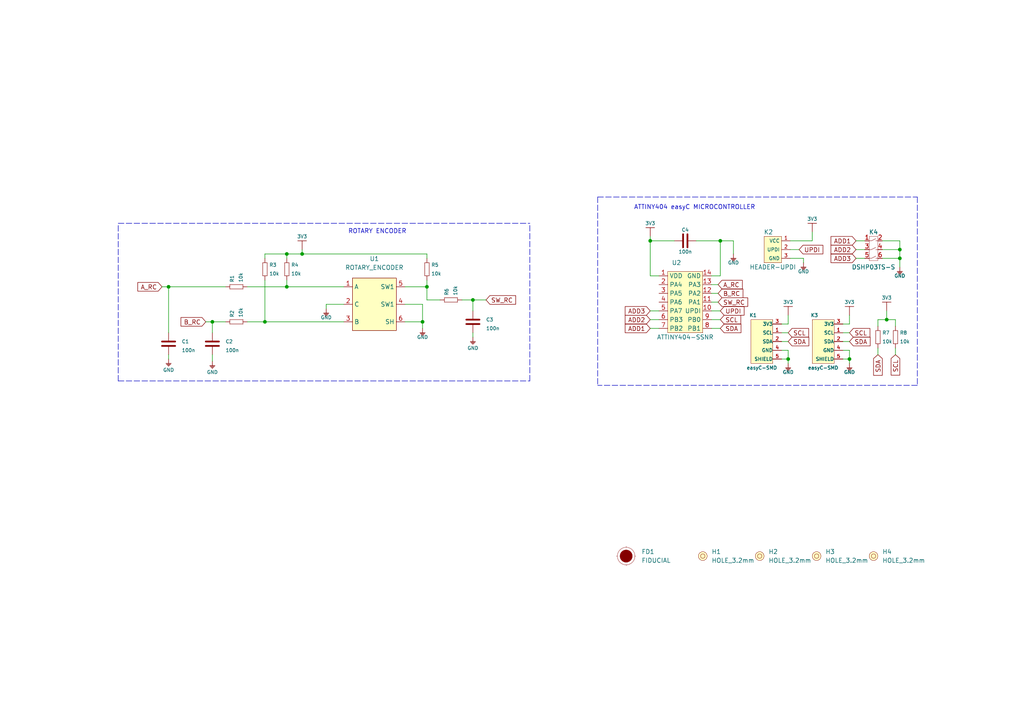
<source format=kicad_sch>
(kicad_sch (version 20211123) (generator eeschema)

  (uuid e63e39d7-6ac0-4ffd-8aa3-1841a4541b55)

  (paper "A4")

  (lib_symbols
    (symbol "3V3_1" (power) (pin_names (offset 0)) (in_bom yes) (on_board yes)
      (property "Reference" "#PWR" (id 0) (at 4.445 0 0)
        (effects (font (size 1 1)) hide)
      )
      (property "Value" "3V3_1" (id 1) (at 0 3.556 0)
        (effects (font (size 1 1)))
      )
      (property "Footprint" "" (id 2) (at 4.445 3.81 0)
        (effects (font (size 1 1)) hide)
      )
      (property "Datasheet" "" (id 3) (at 4.445 3.81 0)
        (effects (font (size 1 1)) hide)
      )
      (property "ki_keywords" "power-flag" (id 4) (at 0 0 0)
        (effects (font (size 1.27 1.27)) hide)
      )
      (property "ki_description" "Power symbol creates a global label with name \"3V3\"" (id 5) (at 0 0 0)
        (effects (font (size 1.27 1.27)) hide)
      )
      (symbol "3V3_1_0_1"
        (polyline
          (pts
            (xy -1.27 2.54)
            (xy 1.27 2.54)
          )
          (stroke (width 0.16) (type default) (color 0 0 0 0))
          (fill (type none))
        )
        (polyline
          (pts
            (xy 0 0)
            (xy 0 2.54)
          )
          (stroke (width 0) (type default) (color 0 0 0 0))
          (fill (type none))
        )
      )
      (symbol "3V3_1_1_1"
        (pin power_in line (at 0 0 90) (length 0) hide
          (name "3V3" (effects (font (size 1.27 1.27))))
          (number "1" (effects (font (size 1.27 1.27))))
        )
      )
    )
    (symbol "3V3_2" (power) (pin_names (offset 0)) (in_bom yes) (on_board yes)
      (property "Reference" "#PWR" (id 0) (at 4.445 0 0)
        (effects (font (size 1 1)) hide)
      )
      (property "Value" "3V3_2" (id 1) (at 0 3.556 0)
        (effects (font (size 1 1)))
      )
      (property "Footprint" "" (id 2) (at 4.445 3.81 0)
        (effects (font (size 1 1)) hide)
      )
      (property "Datasheet" "" (id 3) (at 4.445 3.81 0)
        (effects (font (size 1 1)) hide)
      )
      (property "ki_keywords" "power-flag" (id 4) (at 0 0 0)
        (effects (font (size 1.27 1.27)) hide)
      )
      (property "ki_description" "Power symbol creates a global label with name \"3V3\"" (id 5) (at 0 0 0)
        (effects (font (size 1.27 1.27)) hide)
      )
      (symbol "3V3_2_0_1"
        (polyline
          (pts
            (xy -1.27 2.54)
            (xy 1.27 2.54)
          )
          (stroke (width 0.16) (type default) (color 0 0 0 0))
          (fill (type none))
        )
        (polyline
          (pts
            (xy 0 0)
            (xy 0 2.54)
          )
          (stroke (width 0) (type default) (color 0 0 0 0))
          (fill (type none))
        )
      )
      (symbol "3V3_2_1_1"
        (pin power_in line (at 0 0 90) (length 0) hide
          (name "3V3" (effects (font (size 1.27 1.27))))
          (number "1" (effects (font (size 1.27 1.27))))
        )
      )
    )
    (symbol "3V3_3" (power) (pin_names (offset 0)) (in_bom yes) (on_board yes)
      (property "Reference" "#PWR" (id 0) (at 4.445 0 0)
        (effects (font (size 1 1)) hide)
      )
      (property "Value" "3V3_3" (id 1) (at 0 3.556 0)
        (effects (font (size 1 1)))
      )
      (property "Footprint" "" (id 2) (at 4.445 3.81 0)
        (effects (font (size 1 1)) hide)
      )
      (property "Datasheet" "" (id 3) (at 4.445 3.81 0)
        (effects (font (size 1 1)) hide)
      )
      (property "ki_keywords" "power-flag" (id 4) (at 0 0 0)
        (effects (font (size 1.27 1.27)) hide)
      )
      (property "ki_description" "Power symbol creates a global label with name \"3V3\"" (id 5) (at 0 0 0)
        (effects (font (size 1.27 1.27)) hide)
      )
      (symbol "3V3_3_0_1"
        (polyline
          (pts
            (xy -1.27 2.54)
            (xy 1.27 2.54)
          )
          (stroke (width 0.16) (type default) (color 0 0 0 0))
          (fill (type none))
        )
        (polyline
          (pts
            (xy 0 0)
            (xy 0 2.54)
          )
          (stroke (width 0) (type default) (color 0 0 0 0))
          (fill (type none))
        )
      )
      (symbol "3V3_3_1_1"
        (pin power_in line (at 0 0 90) (length 0) hide
          (name "3V3" (effects (font (size 1.27 1.27))))
          (number "1" (effects (font (size 1.27 1.27))))
        )
      )
    )
    (symbol "3V3_4" (power) (pin_names (offset 0)) (in_bom yes) (on_board yes)
      (property "Reference" "#PWR" (id 0) (at 4.445 0 0)
        (effects (font (size 1 1)) hide)
      )
      (property "Value" "3V3_4" (id 1) (at 0 3.556 0)
        (effects (font (size 1 1)))
      )
      (property "Footprint" "" (id 2) (at 4.445 3.81 0)
        (effects (font (size 1 1)) hide)
      )
      (property "Datasheet" "" (id 3) (at 4.445 3.81 0)
        (effects (font (size 1 1)) hide)
      )
      (property "ki_keywords" "power-flag" (id 4) (at 0 0 0)
        (effects (font (size 1.27 1.27)) hide)
      )
      (property "ki_description" "Power symbol creates a global label with name \"3V3\"" (id 5) (at 0 0 0)
        (effects (font (size 1.27 1.27)) hide)
      )
      (symbol "3V3_4_0_1"
        (polyline
          (pts
            (xy -1.27 2.54)
            (xy 1.27 2.54)
          )
          (stroke (width 0.16) (type default) (color 0 0 0 0))
          (fill (type none))
        )
        (polyline
          (pts
            (xy 0 0)
            (xy 0 2.54)
          )
          (stroke (width 0) (type default) (color 0 0 0 0))
          (fill (type none))
        )
      )
      (symbol "3V3_4_1_1"
        (pin power_in line (at 0 0 90) (length 0) hide
          (name "3V3" (effects (font (size 1.27 1.27))))
          (number "1" (effects (font (size 1.27 1.27))))
        )
      )
    )
    (symbol "GND_1" (power) (pin_names (offset 0)) (in_bom yes) (on_board yes)
      (property "Reference" "#PWR" (id 0) (at 4.445 0 0)
        (effects (font (size 1 1)) hide)
      )
      (property "Value" "GND_1" (id 1) (at 0 -2.921 0)
        (effects (font (size 1 1)))
      )
      (property "Footprint" "" (id 2) (at 4.445 3.81 0)
        (effects (font (size 1 1)) hide)
      )
      (property "Datasheet" "" (id 3) (at 4.445 3.81 0)
        (effects (font (size 1 1)) hide)
      )
      (property "ki_keywords" "power-flag" (id 4) (at 0 0 0)
        (effects (font (size 1.27 1.27)) hide)
      )
      (property "ki_description" "Power symbol creates a global label with name \"GND\"" (id 5) (at 0 0 0)
        (effects (font (size 1.27 1.27)) hide)
      )
      (symbol "GND_1_0_1"
        (polyline
          (pts
            (xy -0.762 -1.27)
            (xy 0.762 -1.27)
          )
          (stroke (width 0.16) (type default) (color 0 0 0 0))
          (fill (type none))
        )
        (polyline
          (pts
            (xy -0.635 -1.524)
            (xy 0.635 -1.524)
          )
          (stroke (width 0.16) (type default) (color 0 0 0 0))
          (fill (type none))
        )
        (polyline
          (pts
            (xy -0.381 -1.778)
            (xy 0.381 -1.778)
          )
          (stroke (width 0.16) (type default) (color 0 0 0 0))
          (fill (type none))
        )
        (polyline
          (pts
            (xy -0.127 -2.032)
            (xy 0.127 -2.032)
          )
          (stroke (width 0.16) (type default) (color 0 0 0 0))
          (fill (type none))
        )
        (polyline
          (pts
            (xy 0 0)
            (xy 0 -1.27)
          )
          (stroke (width 0.16) (type default) (color 0 0 0 0))
          (fill (type none))
        )
      )
      (symbol "GND_1_1_1"
        (pin power_in line (at 0 0 270) (length 0) hide
          (name "GND" (effects (font (size 1.27 1.27))))
          (number "1" (effects (font (size 1.27 1.27))))
        )
      )
    )
    (symbol "GND_2" (power) (pin_names (offset 0)) (in_bom yes) (on_board yes)
      (property "Reference" "#PWR" (id 0) (at 4.445 0 0)
        (effects (font (size 1 1)) hide)
      )
      (property "Value" "GND_2" (id 1) (at 0 -2.921 0)
        (effects (font (size 1 1)))
      )
      (property "Footprint" "" (id 2) (at 4.445 3.81 0)
        (effects (font (size 1 1)) hide)
      )
      (property "Datasheet" "" (id 3) (at 4.445 3.81 0)
        (effects (font (size 1 1)) hide)
      )
      (property "ki_keywords" "power-flag" (id 4) (at 0 0 0)
        (effects (font (size 1.27 1.27)) hide)
      )
      (property "ki_description" "Power symbol creates a global label with name \"GND\"" (id 5) (at 0 0 0)
        (effects (font (size 1.27 1.27)) hide)
      )
      (symbol "GND_2_0_1"
        (polyline
          (pts
            (xy -0.762 -1.27)
            (xy 0.762 -1.27)
          )
          (stroke (width 0.16) (type default) (color 0 0 0 0))
          (fill (type none))
        )
        (polyline
          (pts
            (xy -0.635 -1.524)
            (xy 0.635 -1.524)
          )
          (stroke (width 0.16) (type default) (color 0 0 0 0))
          (fill (type none))
        )
        (polyline
          (pts
            (xy -0.381 -1.778)
            (xy 0.381 -1.778)
          )
          (stroke (width 0.16) (type default) (color 0 0 0 0))
          (fill (type none))
        )
        (polyline
          (pts
            (xy -0.127 -2.032)
            (xy 0.127 -2.032)
          )
          (stroke (width 0.16) (type default) (color 0 0 0 0))
          (fill (type none))
        )
        (polyline
          (pts
            (xy 0 0)
            (xy 0 -1.27)
          )
          (stroke (width 0.16) (type default) (color 0 0 0 0))
          (fill (type none))
        )
      )
      (symbol "GND_2_1_1"
        (pin power_in line (at 0 0 270) (length 0) hide
          (name "GND" (effects (font (size 1.27 1.27))))
          (number "1" (effects (font (size 1.27 1.27))))
        )
      )
    )
    (symbol "GND_3" (power) (pin_names (offset 0)) (in_bom yes) (on_board yes)
      (property "Reference" "#PWR" (id 0) (at 4.445 0 0)
        (effects (font (size 1 1)) hide)
      )
      (property "Value" "GND_3" (id 1) (at 0 -2.921 0)
        (effects (font (size 1 1)))
      )
      (property "Footprint" "" (id 2) (at 4.445 3.81 0)
        (effects (font (size 1 1)) hide)
      )
      (property "Datasheet" "" (id 3) (at 4.445 3.81 0)
        (effects (font (size 1 1)) hide)
      )
      (property "ki_keywords" "power-flag" (id 4) (at 0 0 0)
        (effects (font (size 1.27 1.27)) hide)
      )
      (property "ki_description" "Power symbol creates a global label with name \"GND\"" (id 5) (at 0 0 0)
        (effects (font (size 1.27 1.27)) hide)
      )
      (symbol "GND_3_0_1"
        (polyline
          (pts
            (xy -0.762 -1.27)
            (xy 0.762 -1.27)
          )
          (stroke (width 0.16) (type default) (color 0 0 0 0))
          (fill (type none))
        )
        (polyline
          (pts
            (xy -0.635 -1.524)
            (xy 0.635 -1.524)
          )
          (stroke (width 0.16) (type default) (color 0 0 0 0))
          (fill (type none))
        )
        (polyline
          (pts
            (xy -0.381 -1.778)
            (xy 0.381 -1.778)
          )
          (stroke (width 0.16) (type default) (color 0 0 0 0))
          (fill (type none))
        )
        (polyline
          (pts
            (xy -0.127 -2.032)
            (xy 0.127 -2.032)
          )
          (stroke (width 0.16) (type default) (color 0 0 0 0))
          (fill (type none))
        )
        (polyline
          (pts
            (xy 0 0)
            (xy 0 -1.27)
          )
          (stroke (width 0.16) (type default) (color 0 0 0 0))
          (fill (type none))
        )
      )
      (symbol "GND_3_1_1"
        (pin power_in line (at 0 0 270) (length 0) hide
          (name "GND" (effects (font (size 1.27 1.27))))
          (number "1" (effects (font (size 1.27 1.27))))
        )
      )
    )
    (symbol "GND_5" (power) (pin_names (offset 0)) (in_bom yes) (on_board yes)
      (property "Reference" "#PWR" (id 0) (at 4.445 0 0)
        (effects (font (size 1 1)) hide)
      )
      (property "Value" "GND_5" (id 1) (at 0 -2.921 0)
        (effects (font (size 1 1)))
      )
      (property "Footprint" "" (id 2) (at 4.445 3.81 0)
        (effects (font (size 1 1)) hide)
      )
      (property "Datasheet" "" (id 3) (at 4.445 3.81 0)
        (effects (font (size 1 1)) hide)
      )
      (property "ki_keywords" "power-flag" (id 4) (at 0 0 0)
        (effects (font (size 1.27 1.27)) hide)
      )
      (property "ki_description" "Power symbol creates a global label with name \"GND\"" (id 5) (at 0 0 0)
        (effects (font (size 1.27 1.27)) hide)
      )
      (symbol "GND_5_0_1"
        (polyline
          (pts
            (xy -0.762 -1.27)
            (xy 0.762 -1.27)
          )
          (stroke (width 0.16) (type default) (color 0 0 0 0))
          (fill (type none))
        )
        (polyline
          (pts
            (xy -0.635 -1.524)
            (xy 0.635 -1.524)
          )
          (stroke (width 0.16) (type default) (color 0 0 0 0))
          (fill (type none))
        )
        (polyline
          (pts
            (xy -0.381 -1.778)
            (xy 0.381 -1.778)
          )
          (stroke (width 0.16) (type default) (color 0 0 0 0))
          (fill (type none))
        )
        (polyline
          (pts
            (xy -0.127 -2.032)
            (xy 0.127 -2.032)
          )
          (stroke (width 0.16) (type default) (color 0 0 0 0))
          (fill (type none))
        )
        (polyline
          (pts
            (xy 0 0)
            (xy 0 -1.27)
          )
          (stroke (width 0.16) (type default) (color 0 0 0 0))
          (fill (type none))
        )
      )
      (symbol "GND_5_1_1"
        (pin power_in line (at 0 0 270) (length 0) hide
          (name "GND" (effects (font (size 1.27 1.27))))
          (number "1" (effects (font (size 1.27 1.27))))
        )
      )
    )
    (symbol "HOLE_3.2mm_1" (pin_numbers hide) (pin_names hide) (in_bom yes) (on_board yes)
      (property "Reference" "H" (id 0) (at 0 2.54 0)
        (effects (font (size 1.27 1.27)))
      )
      (property "Value" "HOLE_3.2mm_1" (id 1) (at 0 -2.54 0)
        (effects (font (size 1.27 1.27)))
      )
      (property "Footprint" "e-radionica.com footprinti:HOLE_3.2mm" (id 2) (at 0 -5.08 0)
        (effects (font (size 1.27 1.27)) hide)
      )
      (property "Datasheet" "" (id 3) (at 0 0 0)
        (effects (font (size 1.27 1.27)) hide)
      )
      (symbol "HOLE_3.2mm_1_0_1"
        (circle (center 0 0) (radius 0.635)
          (stroke (width 0.1) (type default) (color 0 0 0 0))
          (fill (type none))
        )
        (circle (center 0 0) (radius 1.27)
          (stroke (width 0.1) (type default) (color 0 0 0 0))
          (fill (type background))
        )
      )
    )
    (symbol "HOLE_3.2mm_2" (pin_numbers hide) (pin_names hide) (in_bom yes) (on_board yes)
      (property "Reference" "H" (id 0) (at 0 2.54 0)
        (effects (font (size 1.27 1.27)))
      )
      (property "Value" "HOLE_3.2mm_2" (id 1) (at 0 -2.54 0)
        (effects (font (size 1.27 1.27)))
      )
      (property "Footprint" "e-radionica.com footprinti:HOLE_3.2mm" (id 2) (at 0 -5.08 0)
        (effects (font (size 1.27 1.27)) hide)
      )
      (property "Datasheet" "" (id 3) (at 0 0 0)
        (effects (font (size 1.27 1.27)) hide)
      )
      (symbol "HOLE_3.2mm_2_0_1"
        (circle (center 0 0) (radius 0.635)
          (stroke (width 0.1) (type default) (color 0 0 0 0))
          (fill (type none))
        )
        (circle (center 0 0) (radius 1.27)
          (stroke (width 0.1) (type default) (color 0 0 0 0))
          (fill (type background))
        )
      )
    )
    (symbol "HOLE_3.2mm_3" (pin_numbers hide) (pin_names hide) (in_bom yes) (on_board yes)
      (property "Reference" "H" (id 0) (at 0 2.54 0)
        (effects (font (size 1.27 1.27)))
      )
      (property "Value" "HOLE_3.2mm_3" (id 1) (at 0 -2.54 0)
        (effects (font (size 1.27 1.27)))
      )
      (property "Footprint" "e-radionica.com footprinti:HOLE_3.2mm" (id 2) (at 0 -5.08 0)
        (effects (font (size 1.27 1.27)) hide)
      )
      (property "Datasheet" "" (id 3) (at 0 0 0)
        (effects (font (size 1.27 1.27)) hide)
      )
      (symbol "HOLE_3.2mm_3_0_1"
        (circle (center 0 0) (radius 0.635)
          (stroke (width 0.1) (type default) (color 0 0 0 0))
          (fill (type none))
        )
        (circle (center 0 0) (radius 1.27)
          (stroke (width 0.1) (type default) (color 0 0 0 0))
          (fill (type background))
        )
      )
    )
    (symbol "e-radionica.com schematics:0603C" (pin_numbers hide) (pin_names (offset 0.002)) (in_bom yes) (on_board yes)
      (property "Reference" "C" (id 0) (at 0 3.81 0)
        (effects (font (size 1 1)))
      )
      (property "Value" "0603C" (id 1) (at 0 -3.175 0)
        (effects (font (size 1 1)))
      )
      (property "Footprint" "e-radionica.com footprinti:0603C" (id 2) (at 0.635 -4.445 0)
        (effects (font (size 1 1)) hide)
      )
      (property "Datasheet" "" (id 3) (at 0 0 0)
        (effects (font (size 1 1)) hide)
      )
      (symbol "0603C_0_1"
        (polyline
          (pts
            (xy -0.635 1.905)
            (xy -0.635 -1.905)
          )
          (stroke (width 0.5) (type default) (color 0 0 0 0))
          (fill (type none))
        )
        (polyline
          (pts
            (xy 0.635 1.905)
            (xy 0.635 -1.905)
          )
          (stroke (width 0.5) (type default) (color 0 0 0 0))
          (fill (type none))
        )
      )
      (symbol "0603C_1_1"
        (pin passive line (at -3.175 0 0) (length 2.54)
          (name "~" (effects (font (size 1.27 1.27))))
          (number "1" (effects (font (size 1.27 1.27))))
        )
        (pin passive line (at 3.175 0 180) (length 2.54)
          (name "~" (effects (font (size 1.27 1.27))))
          (number "2" (effects (font (size 1.27 1.27))))
        )
      )
    )
    (symbol "e-radionica.com schematics:0603R" (pin_numbers hide) (pin_names (offset 0.254)) (in_bom yes) (on_board yes)
      (property "Reference" "R" (id 0) (at 0 1.27 0)
        (effects (font (size 1 1)))
      )
      (property "Value" "0603R" (id 1) (at 0 -1.905 0)
        (effects (font (size 1 1)))
      )
      (property "Footprint" "e-radionica.com footprinti:0603R" (id 2) (at 0 -3.81 0)
        (effects (font (size 1 1)) hide)
      )
      (property "Datasheet" "" (id 3) (at -0.635 1.905 0)
        (effects (font (size 1 1)) hide)
      )
      (symbol "0603R_0_1"
        (rectangle (start -1.905 -0.635) (end 1.905 -0.6604)
          (stroke (width 0.1) (type default) (color 0 0 0 0))
          (fill (type none))
        )
        (rectangle (start -1.905 0.635) (end -1.8796 -0.635)
          (stroke (width 0.1) (type default) (color 0 0 0 0))
          (fill (type none))
        )
        (rectangle (start -1.905 0.635) (end 1.905 0.6096)
          (stroke (width 0.1) (type default) (color 0 0 0 0))
          (fill (type none))
        )
        (rectangle (start 1.905 0.635) (end 1.9304 -0.635)
          (stroke (width 0.1) (type default) (color 0 0 0 0))
          (fill (type none))
        )
      )
      (symbol "0603R_1_1"
        (pin passive line (at -3.175 0 0) (length 1.27)
          (name "~" (effects (font (size 1.27 1.27))))
          (number "1" (effects (font (size 1.27 1.27))))
        )
        (pin passive line (at 3.175 0 180) (length 1.27)
          (name "~" (effects (font (size 1.27 1.27))))
          (number "2" (effects (font (size 1.27 1.27))))
        )
      )
    )
    (symbol "e-radionica.com schematics:3V3" (power) (pin_names (offset 0)) (in_bom yes) (on_board yes)
      (property "Reference" "#PWR" (id 0) (at 4.445 0 0)
        (effects (font (size 1 1)) hide)
      )
      (property "Value" "3V3" (id 1) (at 0 3.556 0)
        (effects (font (size 1 1)))
      )
      (property "Footprint" "" (id 2) (at 4.445 3.81 0)
        (effects (font (size 1 1)) hide)
      )
      (property "Datasheet" "" (id 3) (at 4.445 3.81 0)
        (effects (font (size 1 1)) hide)
      )
      (property "ki_keywords" "power-flag" (id 4) (at 0 0 0)
        (effects (font (size 1.27 1.27)) hide)
      )
      (property "ki_description" "Power symbol creates a global label with name \"3V3\"" (id 5) (at 0 0 0)
        (effects (font (size 1.27 1.27)) hide)
      )
      (symbol "3V3_0_1"
        (polyline
          (pts
            (xy -1.27 2.54)
            (xy 1.27 2.54)
          )
          (stroke (width 0.16) (type default) (color 0 0 0 0))
          (fill (type none))
        )
        (polyline
          (pts
            (xy 0 0)
            (xy 0 2.54)
          )
          (stroke (width 0) (type default) (color 0 0 0 0))
          (fill (type none))
        )
      )
      (symbol "3V3_1_1"
        (pin power_in line (at 0 0 90) (length 0) hide
          (name "3V3" (effects (font (size 1.27 1.27))))
          (number "1" (effects (font (size 1.27 1.27))))
        )
      )
    )
    (symbol "e-radionica.com schematics:ATTINY404-SSNR" (in_bom yes) (on_board yes)
      (property "Reference" "U" (id 0) (at 0 10.16 0)
        (effects (font (size 1.27 1.27)))
      )
      (property "Value" "ATTINY404-SSNR" (id 1) (at 0 -10.16 0)
        (effects (font (size 1.27 1.27)))
      )
      (property "Footprint" "e-radionica.com footprinti:SOIC-14" (id 2) (at 0 -11.43 0)
        (effects (font (size 1.27 1.27)) hide)
      )
      (property "Datasheet" "" (id 3) (at 0 -2.54 0)
        (effects (font (size 1.27 1.27)) hide)
      )
      (symbol "ATTINY404-SSNR_0_1"
        (rectangle (start -5.08 8.89) (end 5.08 -8.89)
          (stroke (width 0.1) (type default) (color 0 0 0 0))
          (fill (type background))
        )
      )
      (symbol "ATTINY404-SSNR_1_1"
        (pin power_in line (at -7.62 7.62 0) (length 2.54)
          (name "VDD" (effects (font (size 1.27 1.27))))
          (number "1" (effects (font (size 1.27 1.27))))
        )
        (pin bidirectional line (at 7.62 -2.54 180) (length 2.54)
          (name "UPDI" (effects (font (size 1.27 1.27))))
          (number "10" (effects (font (size 1.27 1.27))))
        )
        (pin bidirectional line (at 7.62 0 180) (length 2.54)
          (name "PA1" (effects (font (size 1.27 1.27))))
          (number "11" (effects (font (size 1.27 1.27))))
        )
        (pin bidirectional line (at 7.62 2.54 180) (length 2.54)
          (name "PA2" (effects (font (size 1.27 1.27))))
          (number "12" (effects (font (size 1.27 1.27))))
        )
        (pin bidirectional line (at 7.62 5.08 180) (length 2.54)
          (name "PA3" (effects (font (size 1.27 1.27))))
          (number "13" (effects (font (size 1.27 1.27))))
        )
        (pin power_in line (at 7.62 7.62 180) (length 2.54)
          (name "GND" (effects (font (size 1.27 1.27))))
          (number "14" (effects (font (size 1.27 1.27))))
        )
        (pin bidirectional line (at -7.62 5.08 0) (length 2.54)
          (name "PA4" (effects (font (size 1.27 1.27))))
          (number "2" (effects (font (size 1.27 1.27))))
        )
        (pin bidirectional line (at -7.62 2.54 0) (length 2.54)
          (name "PA5" (effects (font (size 1.27 1.27))))
          (number "3" (effects (font (size 1.27 1.27))))
        )
        (pin bidirectional line (at -7.62 0 0) (length 2.54)
          (name "PA6" (effects (font (size 1.27 1.27))))
          (number "4" (effects (font (size 1.27 1.27))))
        )
        (pin bidirectional line (at -7.62 -2.54 0) (length 2.54)
          (name "PA7" (effects (font (size 1.27 1.27))))
          (number "5" (effects (font (size 1.27 1.27))))
        )
        (pin bidirectional line (at -7.62 -5.08 0) (length 2.54)
          (name "PB3" (effects (font (size 1.27 1.27))))
          (number "6" (effects (font (size 1.27 1.27))))
        )
        (pin bidirectional line (at -7.62 -7.62 0) (length 2.54)
          (name "PB2" (effects (font (size 1.27 1.27))))
          (number "7" (effects (font (size 1.27 1.27))))
        )
        (pin bidirectional line (at 7.62 -7.62 180) (length 2.54)
          (name "PB1" (effects (font (size 1.27 1.27))))
          (number "8" (effects (font (size 1.27 1.27))))
        )
        (pin bidirectional line (at 7.62 -5.08 180) (length 2.54)
          (name "PB0" (effects (font (size 1.27 1.27))))
          (number "9" (effects (font (size 1.27 1.27))))
        )
      )
    )
    (symbol "e-radionica.com schematics:DSHP03TS-S" (in_bom yes) (on_board yes)
      (property "Reference" "K" (id 0) (at 0 5.08 0)
        (effects (font (size 1.27 1.27)))
      )
      (property "Value" "DSHP03TS-S" (id 1) (at 0 -5.08 0)
        (effects (font (size 1.27 1.27)))
      )
      (property "Footprint" "e-radionica.com footprinti:DSHP03TS-S" (id 2) (at -1.27 -7.62 0)
        (effects (font (size 1.27 1.27)) hide)
      )
      (property "Datasheet" "" (id 3) (at 0 0 0)
        (effects (font (size 1.27 1.27)) hide)
      )
      (property "ki_keywords" "DIP SW SWITCH " (id 4) (at 0 0 0)
        (effects (font (size 1.27 1.27)) hide)
      )
      (symbol "DSHP03TS-S_0_1"
        (rectangle (start -1.27 3.81) (end 1.27 -3.175)
          (stroke (width 0.0006) (type default) (color 0 0 0 0))
          (fill (type none))
        )
        (polyline
          (pts
            (xy 1.27 -2.54)
            (xy 0.635 -2.54)
          )
          (stroke (width 0.1) (type default) (color 0 0 0 0))
          (fill (type none))
        )
        (polyline
          (pts
            (xy 1.27 0)
            (xy 0.635 0)
          )
          (stroke (width 0.1) (type default) (color 0 0 0 0))
          (fill (type none))
        )
        (polyline
          (pts
            (xy 1.27 2.54)
            (xy 0.635 2.54)
          )
          (stroke (width 0.1) (type default) (color 0 0 0 0))
          (fill (type none))
        )
        (polyline
          (pts
            (xy -1.27 -2.54)
            (xy -0.635 -2.54)
            (xy 0.635 -1.905)
          )
          (stroke (width 0.1) (type default) (color 0 0 0 0))
          (fill (type none))
        )
        (polyline
          (pts
            (xy -1.27 0)
            (xy -0.635 0)
            (xy 0.635 0.635)
          )
          (stroke (width 0.1) (type default) (color 0 0 0 0))
          (fill (type none))
        )
        (polyline
          (pts
            (xy -1.27 2.54)
            (xy -0.635 2.54)
            (xy 0.635 3.175)
          )
          (stroke (width 0.1) (type default) (color 0 0 0 0))
          (fill (type none))
        )
      )
      (symbol "DSHP03TS-S_1_1"
        (pin bidirectional line (at -2.54 2.54 0) (length 1.27)
          (name "~" (effects (font (size 1.27 1.27))))
          (number "1" (effects (font (size 1.27 1.27))))
        )
        (pin bidirectional line (at 2.54 2.54 180) (length 1.27)
          (name "~" (effects (font (size 1.27 1.27))))
          (number "2" (effects (font (size 1.27 1.27))))
        )
        (pin bidirectional line (at -2.54 0 0) (length 1.27)
          (name "~" (effects (font (size 1.27 1.27))))
          (number "3" (effects (font (size 1.27 1.27))))
        )
        (pin bidirectional line (at 2.54 0 180) (length 1.27)
          (name "~" (effects (font (size 1.27 1.27))))
          (number "4" (effects (font (size 1.27 1.27))))
        )
        (pin bidirectional line (at -2.54 -2.54 0) (length 1.27)
          (name "~" (effects (font (size 1.27 1.27))))
          (number "5" (effects (font (size 1.27 1.27))))
        )
        (pin bidirectional line (at 2.54 -2.54 180) (length 1.27)
          (name "~" (effects (font (size 1.27 1.27))))
          (number "6" (effects (font (size 1.27 1.27))))
        )
      )
    )
    (symbol "e-radionica.com schematics:FIDUCIAL" (in_bom no) (on_board yes)
      (property "Reference" "FD" (id 0) (at 0 3.81 0)
        (effects (font (size 1.27 1.27)))
      )
      (property "Value" "FIDUCIAL" (id 1) (at 0 -3.81 0)
        (effects (font (size 1.27 1.27)))
      )
      (property "Footprint" "e-radionica.com footprinti:FIDUCIAL_23" (id 2) (at 0.254 -5.334 0)
        (effects (font (size 1.27 1.27)) hide)
      )
      (property "Datasheet" "" (id 3) (at 0 0 0)
        (effects (font (size 1.27 1.27)) hide)
      )
      (symbol "FIDUCIAL_0_1"
        (polyline
          (pts
            (xy -2.54 0)
            (xy -2.794 0)
          )
          (stroke (width 0.0006) (type default) (color 0 0 0 0))
          (fill (type none))
        )
        (polyline
          (pts
            (xy 0 -2.54)
            (xy 0 -2.794)
          )
          (stroke (width 0.0006) (type default) (color 0 0 0 0))
          (fill (type none))
        )
        (polyline
          (pts
            (xy 0 2.54)
            (xy 0 2.794)
          )
          (stroke (width 0.0006) (type default) (color 0 0 0 0))
          (fill (type none))
        )
        (polyline
          (pts
            (xy 2.54 0)
            (xy 2.794 0)
          )
          (stroke (width 0.0006) (type default) (color 0 0 0 0))
          (fill (type none))
        )
        (circle (center 0 0) (radius 1.7961)
          (stroke (width 0.001) (type default) (color 0 0 0 0))
          (fill (type outline))
        )
        (circle (center 0 0) (radius 2.54)
          (stroke (width 0.0006) (type default) (color 0 0 0 0))
          (fill (type none))
        )
      )
    )
    (symbol "e-radionica.com schematics:GND" (power) (pin_names (offset 0)) (in_bom yes) (on_board yes)
      (property "Reference" "#PWR" (id 0) (at 4.445 0 0)
        (effects (font (size 1 1)) hide)
      )
      (property "Value" "GND" (id 1) (at 0 -2.921 0)
        (effects (font (size 1 1)))
      )
      (property "Footprint" "" (id 2) (at 4.445 3.81 0)
        (effects (font (size 1 1)) hide)
      )
      (property "Datasheet" "" (id 3) (at 4.445 3.81 0)
        (effects (font (size 1 1)) hide)
      )
      (property "ki_keywords" "power-flag" (id 4) (at 0 0 0)
        (effects (font (size 1.27 1.27)) hide)
      )
      (property "ki_description" "Power symbol creates a global label with name \"GND\"" (id 5) (at 0 0 0)
        (effects (font (size 1.27 1.27)) hide)
      )
      (symbol "GND_0_1"
        (polyline
          (pts
            (xy -0.762 -1.27)
            (xy 0.762 -1.27)
          )
          (stroke (width 0.16) (type default) (color 0 0 0 0))
          (fill (type none))
        )
        (polyline
          (pts
            (xy -0.635 -1.524)
            (xy 0.635 -1.524)
          )
          (stroke (width 0.16) (type default) (color 0 0 0 0))
          (fill (type none))
        )
        (polyline
          (pts
            (xy -0.381 -1.778)
            (xy 0.381 -1.778)
          )
          (stroke (width 0.16) (type default) (color 0 0 0 0))
          (fill (type none))
        )
        (polyline
          (pts
            (xy -0.127 -2.032)
            (xy 0.127 -2.032)
          )
          (stroke (width 0.16) (type default) (color 0 0 0 0))
          (fill (type none))
        )
        (polyline
          (pts
            (xy 0 0)
            (xy 0 -1.27)
          )
          (stroke (width 0.16) (type default) (color 0 0 0 0))
          (fill (type none))
        )
      )
      (symbol "GND_1_1"
        (pin power_in line (at 0 0 270) (length 0) hide
          (name "GND" (effects (font (size 1.27 1.27))))
          (number "1" (effects (font (size 1.27 1.27))))
        )
      )
    )
    (symbol "e-radionica.com schematics:HEADER-UPDI" (in_bom yes) (on_board yes)
      (property "Reference" "K" (id 0) (at 0 5.08 0)
        (effects (font (size 1.27 1.27)))
      )
      (property "Value" "HEADER-UPDI" (id 1) (at 0 -5.08 0)
        (effects (font (size 1.27 1.27)))
      )
      (property "Footprint" "e-radionica.com footprinti:HEADER-UPDI" (id 2) (at 0 -7.62 0)
        (effects (font (size 1.27 1.27)) hide)
      )
      (property "Datasheet" "" (id 3) (at 2.54 0 0)
        (effects (font (size 1.27 1.27)) hide)
      )
      (symbol "HEADER-UPDI_0_1"
        (rectangle (start -2.54 3.81) (end 2.54 -3.81)
          (stroke (width 0.1) (type default) (color 0 0 0 0))
          (fill (type background))
        )
      )
      (symbol "HEADER-UPDI_1_1"
        (pin power_in line (at 5.08 2.54 180) (length 2.54)
          (name "VCC" (effects (font (size 1 1))))
          (number "1" (effects (font (size 1 1))))
        )
        (pin bidirectional line (at 5.08 0 180) (length 2.54)
          (name "UPDI" (effects (font (size 1 1))))
          (number "2" (effects (font (size 1 1))))
        )
        (pin power_in line (at 5.08 -2.54 180) (length 2.54)
          (name "GND" (effects (font (size 1 1))))
          (number "3" (effects (font (size 1 1))))
        )
      )
    )
    (symbol "e-radionica.com schematics:HOLE_3.2mm" (pin_numbers hide) (pin_names hide) (in_bom yes) (on_board yes)
      (property "Reference" "H" (id 0) (at 0 2.54 0)
        (effects (font (size 1.27 1.27)))
      )
      (property "Value" "HOLE_3.2mm" (id 1) (at 0 -2.54 0)
        (effects (font (size 1.27 1.27)))
      )
      (property "Footprint" "e-radionica.com footprinti:HOLE_3.2mm" (id 2) (at 0 -5.08 0)
        (effects (font (size 1.27 1.27)) hide)
      )
      (property "Datasheet" "" (id 3) (at 0 0 0)
        (effects (font (size 1.27 1.27)) hide)
      )
      (symbol "HOLE_3.2mm_0_1"
        (circle (center 0 0) (radius 0.635)
          (stroke (width 0.1) (type default) (color 0 0 0 0))
          (fill (type none))
        )
        (circle (center 0 0) (radius 1.27)
          (stroke (width 0.1) (type default) (color 0 0 0 0))
          (fill (type background))
        )
      )
    )
    (symbol "e-radionica.com schematics:ROTARY_ENCODER" (in_bom yes) (on_board yes)
      (property "Reference" "U" (id 0) (at 0 16.51 0)
        (effects (font (size 1.27 1.27)))
      )
      (property "Value" "ROTARY_ENCODER" (id 1) (at 1.27 10.16 0)
        (effects (font (size 1.27 1.27)))
      )
      (property "Footprint" "e-radionica.com footprinti:ROTARY_ENCODER" (id 2) (at 5.08 5.08 0)
        (effects (font (size 1.27 1.27)) hide)
      )
      (property "Datasheet" "https://datasheet.lcsc.com/lcsc/1809181724_ALPSALPINE-EC11E1534408_C278348.pdf" (id 3) (at 5.08 5.08 0)
        (effects (font (size 1.27 1.27)) hide)
      )
      (symbol "ROTARY_ENCODER_0_1"
        (rectangle (start -5.08 7.62) (end 7.62 -7.62)
          (stroke (width 0) (type default) (color 0 0 0 0))
          (fill (type background))
        )
      )
      (symbol "ROTARY_ENCODER_1_1"
        (pin input line (at -7.62 5.08 0) (length 2.54)
          (name "A" (effects (font (size 1.27 1.27))))
          (number "1" (effects (font (size 1.27 1.27))))
        )
        (pin input line (at -7.62 0 0) (length 2.54)
          (name "C" (effects (font (size 1.27 1.27))))
          (number "2" (effects (font (size 1.27 1.27))))
        )
        (pin input line (at -7.62 -5.08 0) (length 2.54)
          (name "B" (effects (font (size 1.27 1.27))))
          (number "3" (effects (font (size 1.27 1.27))))
        )
        (pin passive line (at 10.16 0 180) (length 2.54)
          (name "SW1" (effects (font (size 1.27 1.27))))
          (number "4" (effects (font (size 1.27 1.27))))
        )
        (pin passive line (at 10.16 5.08 180) (length 2.54)
          (name "SW1" (effects (font (size 1.27 1.27))))
          (number "5" (effects (font (size 1.27 1.27))))
        )
        (pin passive line (at 10.16 -5.08 180) (length 2.54)
          (name "SH" (effects (font (size 1.27 1.27))))
          (number "6" (effects (font (size 1.27 1.27))))
        )
      )
    )
    (symbol "e-radionica.com schematics:easyC-SMD" (pin_names (offset 0.002)) (in_bom yes) (on_board yes)
      (property "Reference" "K" (id 0) (at 0 10.16 0)
        (effects (font (size 1 1)))
      )
      (property "Value" "easyC-SMD" (id 1) (at 0 -5.08 0)
        (effects (font (size 1 1)))
      )
      (property "Footprint" "e-radionica.com footprinti:easyC-connector" (id 2) (at 0 -6.35 0)
        (effects (font (size 1 1)) hide)
      )
      (property "Datasheet" "" (id 3) (at 3.175 2.54 0)
        (effects (font (size 1 1)) hide)
      )
      (symbol "easyC-SMD_0_1"
        (rectangle (start -3.175 8.89) (end 3.175 -3.81)
          (stroke (width 0.1) (type default) (color 0 0 0 0))
          (fill (type background))
        )
      )
      (symbol "easyC-SMD_1_1"
        (pin passive line (at 5.715 5.08 180) (length 2.54)
          (name "SCL" (effects (font (size 1 1))))
          (number "1" (effects (font (size 1 1))))
        )
        (pin passive line (at 5.715 2.54 180) (length 2.54)
          (name "SDA" (effects (font (size 1 1))))
          (number "2" (effects (font (size 1 1))))
        )
        (pin passive line (at 5.715 7.62 180) (length 2.54)
          (name "3V3" (effects (font (size 1 1))))
          (number "3" (effects (font (size 1 1))))
        )
        (pin passive line (at 5.715 0 180) (length 2.54)
          (name "GND" (effects (font (size 1 1))))
          (number "4" (effects (font (size 1 1))))
        )
        (pin passive line (at 5.715 -2.54 180) (length 2.54)
          (name "SHIELD" (effects (font (size 1 1))))
          (number "5" (effects (font (size 1 1))))
        )
      )
    )
    (symbol "easyC-SMD_1" (pin_names (offset 0.002)) (in_bom yes) (on_board yes)
      (property "Reference" "K" (id 0) (at 0 10.16 0)
        (effects (font (size 1 1)))
      )
      (property "Value" "easyC-SMD_1" (id 1) (at 0 -5.08 0)
        (effects (font (size 1 1)))
      )
      (property "Footprint" "e-radionica.com footprinti:easyC-connector" (id 2) (at 0 -6.35 0)
        (effects (font (size 1 1)) hide)
      )
      (property "Datasheet" "" (id 3) (at 3.175 2.54 0)
        (effects (font (size 1 1)) hide)
      )
      (symbol "easyC-SMD_1_0_1"
        (rectangle (start -3.175 8.89) (end 3.175 -3.81)
          (stroke (width 0.1) (type default) (color 0 0 0 0))
          (fill (type background))
        )
      )
      (symbol "easyC-SMD_1_1_1"
        (pin passive line (at 5.715 5.08 180) (length 2.54)
          (name "SCL" (effects (font (size 1 1))))
          (number "1" (effects (font (size 1 1))))
        )
        (pin passive line (at 5.715 2.54 180) (length 2.54)
          (name "SDA" (effects (font (size 1 1))))
          (number "2" (effects (font (size 1 1))))
        )
        (pin passive line (at 5.715 7.62 180) (length 2.54)
          (name "3V3" (effects (font (size 1 1))))
          (number "3" (effects (font (size 1 1))))
        )
        (pin passive line (at 5.715 0 180) (length 2.54)
          (name "GND" (effects (font (size 1 1))))
          (number "4" (effects (font (size 1 1))))
        )
        (pin passive line (at 5.715 -2.54 180) (length 2.54)
          (name "SHIELD" (effects (font (size 1 1))))
          (number "5" (effects (font (size 1 1))))
        )
      )
    )
  )

  (junction (at 260.985 74.93) (diameter 0.9144) (color 0 0 0 0)
    (uuid 02b1295e-cf95-47ff-9c57-f8ada28f2e94)
  )
  (junction (at 228.6 104.14) (diameter 0.9144) (color 0 0 0 0)
    (uuid 09ab0b5c-3dee-42c8-b9e5-de0673874ccd)
  )
  (junction (at 208.915 69.85) (diameter 0.9144) (color 0 0 0 0)
    (uuid 37f8ba3f-cca4-4b16-b699-07a704844fc9)
  )
  (junction (at 48.895 83.185) (diameter 0) (color 0 0 0 0)
    (uuid 519039ee-ea5e-43eb-8b48-6e31f5015a1e)
  )
  (junction (at 76.835 93.345) (diameter 0) (color 0 0 0 0)
    (uuid 53e08774-5940-4dfe-8bb8-6e50781a6302)
  )
  (junction (at 137.16 86.995) (diameter 0) (color 0 0 0 0)
    (uuid 5c8eefe6-5e99-46a1-8b75-d89927620693)
  )
  (junction (at 257.175 92.71) (diameter 0.9144) (color 0 0 0 0)
    (uuid 617edc57-1dbf-4296-b365-6d76f68a1c0f)
  )
  (junction (at 260.985 72.39) (diameter 0.9144) (color 0 0 0 0)
    (uuid 69f75991-c8c0-49a9-aed8-daa6ca9a5d73)
  )
  (junction (at 122.555 93.345) (diameter 0) (color 0 0 0 0)
    (uuid 753b8a98-906b-41db-8d94-17bff7b0b680)
  )
  (junction (at 83.185 83.185) (diameter 0) (color 0 0 0 0)
    (uuid 76943715-ad93-4abd-8092-bf8490e6213d)
  )
  (junction (at 61.595 93.345) (diameter 0) (color 0 0 0 0)
    (uuid a058fbae-3eeb-457a-9523-4cc7bfcebef7)
  )
  (junction (at 123.825 83.185) (diameter 0) (color 0 0 0 0)
    (uuid a8d417d9-6993-4ead-bd98-4fe30520450f)
  )
  (junction (at 83.185 73.66) (diameter 0) (color 0 0 0 0)
    (uuid be45c88c-2c66-44c1-8342-d17e5cb14cc8)
  )
  (junction (at 87.63 73.66) (diameter 0) (color 0 0 0 0)
    (uuid cbe9827b-8c85-434d-a301-ff3230b0cb19)
  )
  (junction (at 246.38 104.14) (diameter 0.9144) (color 0 0 0 0)
    (uuid e0781b80-6f1b-4d08-b53f-b7d3f582e2ea)
  )
  (junction (at 188.595 69.85) (diameter 0.9144) (color 0 0 0 0)
    (uuid ebadfd51-5a1d-4821-b341-8a1acb4abb01)
  )

  (wire (pts (xy 123.825 86.995) (xy 127.635 86.995))
    (stroke (width 0) (type default) (color 0 0 0 0))
    (uuid 02e87dc1-92ea-4c84-8787-f48b18218b7a)
  )
  (wire (pts (xy 87.63 72.39) (xy 87.63 73.66))
    (stroke (width 0) (type default) (color 0 0 0 0))
    (uuid 0301a4ae-3cb4-4d49-ad51-adfd3f9e745a)
  )
  (wire (pts (xy 233.045 74.93) (xy 233.045 76.2))
    (stroke (width 0) (type solid) (color 0 0 0 0))
    (uuid 052acc87-8ff9-4162-8f55-f7121d221d0a)
  )
  (wire (pts (xy 83.185 83.185) (xy 99.695 83.185))
    (stroke (width 0) (type default) (color 0 0 0 0))
    (uuid 054e172b-2327-4c2f-9686-344fc7f6bac2)
  )
  (polyline (pts (xy 153.67 110.49) (xy 153.67 64.77))
    (stroke (width 0) (type default) (color 0 0 0 0))
    (uuid 0d8d7250-9a19-48b6-b2c3-d0e259e044aa)
  )

  (wire (pts (xy 248.285 69.85) (xy 250.825 69.85))
    (stroke (width 0) (type solid) (color 0 0 0 0))
    (uuid 1053b01a-057e-4e79-a21c-42780a737ea9)
  )
  (wire (pts (xy 83.185 73.66) (xy 83.185 74.93))
    (stroke (width 0) (type default) (color 0 0 0 0))
    (uuid 18681c16-ed7a-44c6-9e6c-9ce6000a9cd7)
  )
  (polyline (pts (xy 173.355 57.15) (xy 173.355 111.76))
    (stroke (width 0) (type dash) (color 0 0 0 0))
    (uuid 18cf1537-83e6-4374-a277-6e3e21479ab0)
  )

  (wire (pts (xy 229.235 69.85) (xy 235.585 69.85))
    (stroke (width 0) (type solid) (color 0 0 0 0))
    (uuid 1d1a7683-c090-4798-9b40-7ed0d9f3ce3b)
  )
  (wire (pts (xy 48.895 83.185) (xy 65.405 83.185))
    (stroke (width 0) (type default) (color 0 0 0 0))
    (uuid 1dc05181-352f-410e-b7eb-a7dc64be33fe)
  )
  (wire (pts (xy 259.715 100.965) (xy 259.715 102.87))
    (stroke (width 0) (type solid) (color 0 0 0 0))
    (uuid 22ab392d-1989-4185-9178-8083812ea067)
  )
  (wire (pts (xy 48.895 102.87) (xy 48.895 104.14))
    (stroke (width 0) (type default) (color 0 0 0 0))
    (uuid 24af1534-f531-4b21-b5be-b81868e9e45d)
  )
  (wire (pts (xy 235.585 69.85) (xy 235.585 67.31))
    (stroke (width 0) (type solid) (color 0 0 0 0))
    (uuid 2cb05d43-df82-498c-aae1-4b1a0a350f82)
  )
  (wire (pts (xy 71.755 93.345) (xy 76.835 93.345))
    (stroke (width 0) (type default) (color 0 0 0 0))
    (uuid 2cc91a27-fb02-4e1b-b9b9-773cdccfd3c3)
  )
  (wire (pts (xy 46.99 83.185) (xy 48.895 83.185))
    (stroke (width 0) (type default) (color 0 0 0 0))
    (uuid 2d01b718-8a11-428c-afd4-e11196651380)
  )
  (wire (pts (xy 254.635 92.71) (xy 257.175 92.71))
    (stroke (width 0) (type solid) (color 0 0 0 0))
    (uuid 2dc66f7e-d85d-4081-ae71-fd8851d6aeda)
  )
  (wire (pts (xy 208.915 69.85) (xy 212.725 69.85))
    (stroke (width 0) (type solid) (color 0 0 0 0))
    (uuid 2f33286e-7553-4442-acf0-23c61fcd6ab0)
  )
  (polyline (pts (xy 173.355 57.15) (xy 266.065 57.15))
    (stroke (width 0) (type dash) (color 0 0 0 0))
    (uuid 2f4c659c-2ccb-4fb1-808e-7868af588a89)
  )

  (wire (pts (xy 212.725 69.85) (xy 212.725 73.66))
    (stroke (width 0) (type solid) (color 0 0 0 0))
    (uuid 2f5467a7-bd49-433c-92f2-60a842e66f7b)
  )
  (wire (pts (xy 48.895 96.52) (xy 48.895 83.185))
    (stroke (width 0) (type default) (color 0 0 0 0))
    (uuid 33877aa3-5be8-4906-b28a-c47c8e080931)
  )
  (wire (pts (xy 228.6 104.14) (xy 228.6 105.41))
    (stroke (width 0) (type solid) (color 0 0 0 0))
    (uuid 35431843-170f-401f-88d7-da91172bed86)
  )
  (wire (pts (xy 206.375 92.71) (xy 208.915 92.71))
    (stroke (width 0) (type solid) (color 0 0 0 0))
    (uuid 3b6dda98-f455-4961-854e-3c4cceecffcc)
  )
  (wire (pts (xy 228.6 93.98) (xy 228.6 91.44))
    (stroke (width 0) (type solid) (color 0 0 0 0))
    (uuid 3d70e675-48ae-4edd-b95d-3ca51e634018)
  )
  (wire (pts (xy 255.905 74.93) (xy 260.985 74.93))
    (stroke (width 0) (type solid) (color 0 0 0 0))
    (uuid 3e011a46-81bd-4ecd-b93e-57dffb1143e5)
  )
  (polyline (pts (xy 34.29 64.77) (xy 153.67 64.77))
    (stroke (width 0) (type default) (color 0 0 0 0))
    (uuid 3faad17b-e1e6-48a5-9fa2-29d6702525ed)
  )

  (wire (pts (xy 208.915 80.01) (xy 206.375 80.01))
    (stroke (width 0) (type solid) (color 0 0 0 0))
    (uuid 40b38567-9d6a-4691-bccf-1b4dbe39957b)
  )
  (wire (pts (xy 229.235 74.93) (xy 233.045 74.93))
    (stroke (width 0) (type solid) (color 0 0 0 0))
    (uuid 41524d81-a7f7-45af-a8c6-15609b68d1fd)
  )
  (wire (pts (xy 248.285 74.93) (xy 250.825 74.93))
    (stroke (width 0) (type solid) (color 0 0 0 0))
    (uuid 4198eb99-d244-457e-8768-395280df1a66)
  )
  (wire (pts (xy 206.375 90.17) (xy 208.915 90.17))
    (stroke (width 0) (type solid) (color 0 0 0 0))
    (uuid 42f10020-b50a-4739-a546-6b63e441c980)
  )
  (wire (pts (xy 117.475 93.345) (xy 122.555 93.345))
    (stroke (width 0) (type default) (color 0 0 0 0))
    (uuid 43a44252-b87b-42f4-b646-396b9270046d)
  )
  (wire (pts (xy 228.6 101.6) (xy 228.6 104.14))
    (stroke (width 0) (type solid) (color 0 0 0 0))
    (uuid 44e993be-f2df-4e61-a598-dfd6e106a208)
  )
  (wire (pts (xy 61.595 96.52) (xy 61.595 93.345))
    (stroke (width 0) (type default) (color 0 0 0 0))
    (uuid 454aaa95-5766-48c8-a7b1-6553a0c51369)
  )
  (polyline (pts (xy 34.29 110.49) (xy 153.67 110.49))
    (stroke (width 0) (type default) (color 0 0 0 0))
    (uuid 465a29f5-8648-4247-b668-16d1b4085a68)
  )

  (wire (pts (xy 117.475 83.185) (xy 123.825 83.185))
    (stroke (width 0) (type default) (color 0 0 0 0))
    (uuid 47a42988-174c-4d33-880b-8dcaac0c51f0)
  )
  (wire (pts (xy 246.38 104.14) (xy 246.38 105.41))
    (stroke (width 0) (type solid) (color 0 0 0 0))
    (uuid 4aee84d1-0859-48ac-a053-5a981ee1b24a)
  )
  (wire (pts (xy 206.375 85.09) (xy 208.28 85.09))
    (stroke (width 0) (type default) (color 0 0 0 0))
    (uuid 4b23ea7e-e394-42d2-adaf-c5ff5c515929)
  )
  (wire (pts (xy 246.38 93.98) (xy 246.38 91.44))
    (stroke (width 0) (type solid) (color 0 0 0 0))
    (uuid 50a799a7-f8f3-4f13-9288-b10696e9a7da)
  )
  (wire (pts (xy 248.285 72.39) (xy 250.825 72.39))
    (stroke (width 0) (type solid) (color 0 0 0 0))
    (uuid 586ec748-563a-478a-82db-706fb951336a)
  )
  (wire (pts (xy 201.93 69.85) (xy 208.915 69.85))
    (stroke (width 0) (type solid) (color 0 0 0 0))
    (uuid 5dbda758-e74b-4ccf-ad68-495d537d68ba)
  )
  (wire (pts (xy 188.595 80.01) (xy 188.595 69.85))
    (stroke (width 0) (type solid) (color 0 0 0 0))
    (uuid 5fe7a4eb-9f04-4df6-a1fa-36c071e280d7)
  )
  (wire (pts (xy 226.695 96.52) (xy 228.6 96.52))
    (stroke (width 0) (type solid) (color 0 0 0 0))
    (uuid 6239967a-77bd-4ec9-89cd-e04efd8dbe26)
  )
  (polyline (pts (xy 266.065 57.15) (xy 266.065 111.76))
    (stroke (width 0) (type dash) (color 0 0 0 0))
    (uuid 62a1b97d-067d-487c-835b-0166330d25fe)
  )

  (wire (pts (xy 76.835 73.66) (xy 76.835 74.93))
    (stroke (width 0) (type default) (color 0 0 0 0))
    (uuid 6972faf2-be64-4d3f-8064-6a07e2961eb4)
  )
  (wire (pts (xy 61.595 93.345) (xy 65.405 93.345))
    (stroke (width 0) (type default) (color 0 0 0 0))
    (uuid 6d2c1903-5d66-4fe4-874a-496cb530ec51)
  )
  (wire (pts (xy 94.615 88.265) (xy 99.695 88.265))
    (stroke (width 0) (type default) (color 0 0 0 0))
    (uuid 6dbace3f-28b8-4ae9-8187-dec0952be8e4)
  )
  (wire (pts (xy 226.695 104.14) (xy 228.6 104.14))
    (stroke (width 0) (type solid) (color 0 0 0 0))
    (uuid 6fddc16f-ccc1-4ade-884c-d6efda461da8)
  )
  (wire (pts (xy 260.985 74.93) (xy 260.985 77.47))
    (stroke (width 0) (type solid) (color 0 0 0 0))
    (uuid 71a9f036-1f13-462e-ac9e-81caaaa7f807)
  )
  (wire (pts (xy 208.915 69.85) (xy 208.915 80.01))
    (stroke (width 0) (type solid) (color 0 0 0 0))
    (uuid 71aa3829-956e-4ff9-af3f-b06e50ab2b5a)
  )
  (wire (pts (xy 133.985 86.995) (xy 137.16 86.995))
    (stroke (width 0) (type default) (color 0 0 0 0))
    (uuid 78707485-3407-4e14-91e2-93643cf9dd89)
  )
  (wire (pts (xy 123.825 83.185) (xy 123.825 81.28))
    (stroke (width 0) (type default) (color 0 0 0 0))
    (uuid 79211dec-438e-42a1-837d-6df627c2df2a)
  )
  (wire (pts (xy 123.825 86.995) (xy 123.825 83.185))
    (stroke (width 0) (type default) (color 0 0 0 0))
    (uuid 7ac43fb2-a2b2-43e9-a43d-9519fa9733d4)
  )
  (wire (pts (xy 122.555 88.265) (xy 122.555 93.345))
    (stroke (width 0) (type default) (color 0 0 0 0))
    (uuid 7e698309-ab5b-4d00-9db0-adbddf6251e6)
  )
  (wire (pts (xy 137.16 96.52) (xy 137.16 97.79))
    (stroke (width 0) (type default) (color 0 0 0 0))
    (uuid 7f07e5a2-bf88-4f06-901d-e6c964e26090)
  )
  (wire (pts (xy 246.38 101.6) (xy 246.38 104.14))
    (stroke (width 0) (type solid) (color 0 0 0 0))
    (uuid 811f5389-c208-4640-ab1a-b454491bb330)
  )
  (wire (pts (xy 206.375 82.55) (xy 208.28 82.55))
    (stroke (width 0) (type default) (color 0 0 0 0))
    (uuid 819b4251-f100-46c6-a022-16e224ab5524)
  )
  (wire (pts (xy 260.985 72.39) (xy 260.985 74.93))
    (stroke (width 0) (type solid) (color 0 0 0 0))
    (uuid 83d85a81-e014-4ee9-9433-a9a045c80893)
  )
  (wire (pts (xy 140.97 86.995) (xy 137.16 86.995))
    (stroke (width 0) (type default) (color 0 0 0 0))
    (uuid 865cab86-6c48-40bc-9cae-2a7d6646b8a7)
  )
  (wire (pts (xy 123.825 74.93) (xy 123.825 73.66))
    (stroke (width 0) (type default) (color 0 0 0 0))
    (uuid 874f2eb7-2a2c-48fe-8716-3f575c7ddb1e)
  )
  (wire (pts (xy 255.905 69.85) (xy 260.985 69.85))
    (stroke (width 0) (type solid) (color 0 0 0 0))
    (uuid 897277a3-b7ce-4d18-8c5f-1c984a246298)
  )
  (wire (pts (xy 254.635 94.615) (xy 254.635 92.71))
    (stroke (width 0) (type solid) (color 0 0 0 0))
    (uuid 8afe1dbf-1187-4362-8af8-a90ca839a6b3)
  )
  (wire (pts (xy 94.615 89.535) (xy 94.615 88.265))
    (stroke (width 0) (type default) (color 0 0 0 0))
    (uuid 8f355de1-54f7-4c2f-8f83-c9732dfdf01e)
  )
  (wire (pts (xy 71.755 83.185) (xy 83.185 83.185))
    (stroke (width 0) (type default) (color 0 0 0 0))
    (uuid 925fa3bd-ac5d-4407-ad17-0df3d3ba9918)
  )
  (wire (pts (xy 244.475 101.6) (xy 246.38 101.6))
    (stroke (width 0) (type solid) (color 0 0 0 0))
    (uuid 926b329f-cd0d-410a-bc4a-e36446f8965a)
  )
  (wire (pts (xy 226.695 93.98) (xy 228.6 93.98))
    (stroke (width 0) (type solid) (color 0 0 0 0))
    (uuid 9404ce4c-2ce6-4f88-8062-13577800d257)
  )
  (wire (pts (xy 137.16 86.995) (xy 137.16 90.17))
    (stroke (width 0) (type default) (color 0 0 0 0))
    (uuid 96fa318d-17bd-4188-a106-08187cf797c1)
  )
  (wire (pts (xy 76.835 81.28) (xy 76.835 93.345))
    (stroke (width 0) (type default) (color 0 0 0 0))
    (uuid 98ee943d-ed7c-4c36-90ad-6f7e181cd305)
  )
  (wire (pts (xy 191.135 80.01) (xy 188.595 80.01))
    (stroke (width 0) (type solid) (color 0 0 0 0))
    (uuid a10b569c-d672-485d-9c05-2cb4795deeca)
  )
  (wire (pts (xy 259.715 94.615) (xy 259.715 92.71))
    (stroke (width 0) (type solid) (color 0 0 0 0))
    (uuid a12b751e-ae7a-468c-af3d-31ed4d501b01)
  )
  (polyline (pts (xy 266.065 111.76) (xy 173.355 111.76))
    (stroke (width 0) (type dash) (color 0 0 0 0))
    (uuid a2a33a3d-c501-4e33-b67b-7d07ef8aa4a7)
  )

  (wire (pts (xy 83.185 73.66) (xy 76.835 73.66))
    (stroke (width 0) (type default) (color 0 0 0 0))
    (uuid a6618056-eeb6-4dee-9e25-39b72386016c)
  )
  (wire (pts (xy 188.595 90.17) (xy 191.135 90.17))
    (stroke (width 0) (type solid) (color 0 0 0 0))
    (uuid a6891c49-3648-41ce-811e-fccb4c4653af)
  )
  (wire (pts (xy 188.595 69.85) (xy 188.595 68.58))
    (stroke (width 0) (type solid) (color 0 0 0 0))
    (uuid a6c7f556-10bb-4a6d-b61b-a732ec6fa5cc)
  )
  (wire (pts (xy 83.185 81.28) (xy 83.185 83.185))
    (stroke (width 0) (type default) (color 0 0 0 0))
    (uuid b0b4726e-2db0-44b7-89f9-18ddacbccb83)
  )
  (wire (pts (xy 259.715 92.71) (xy 257.175 92.71))
    (stroke (width 0) (type solid) (color 0 0 0 0))
    (uuid b606e532-e4c7-444d-b9ff-879f52cfde92)
  )
  (wire (pts (xy 188.595 92.71) (xy 191.135 92.71))
    (stroke (width 0) (type solid) (color 0 0 0 0))
    (uuid b8b15b51-8345-4a1d-8ecf-04fc15b9e450)
  )
  (polyline (pts (xy 34.29 65.405) (xy 34.29 110.49))
    (stroke (width 0) (type default) (color 0 0 0 0))
    (uuid bacb9a91-2a1c-4876-ae7c-1f9e280f7911)
  )

  (wire (pts (xy 229.235 72.39) (xy 231.775 72.39))
    (stroke (width 0) (type solid) (color 0 0 0 0))
    (uuid bcacf97a-a49b-480c-96ed-a857f56faeb2)
  )
  (wire (pts (xy 255.905 72.39) (xy 260.985 72.39))
    (stroke (width 0) (type solid) (color 0 0 0 0))
    (uuid c1c05ce7-1c25-4382-b3b9-d3ec327783d4)
  )
  (wire (pts (xy 59.69 93.345) (xy 61.595 93.345))
    (stroke (width 0) (type default) (color 0 0 0 0))
    (uuid c25adef0-49e0-4500-9e62-da83da72412e)
  )
  (wire (pts (xy 123.825 73.66) (xy 87.63 73.66))
    (stroke (width 0) (type default) (color 0 0 0 0))
    (uuid c87db9a5-8b04-42bd-b246-bda46918072b)
  )
  (wire (pts (xy 244.475 93.98) (xy 246.38 93.98))
    (stroke (width 0) (type solid) (color 0 0 0 0))
    (uuid c8b93f12-bc5c-4ce5-b954-377d903895f1)
  )
  (wire (pts (xy 76.835 93.345) (xy 99.695 93.345))
    (stroke (width 0) (type default) (color 0 0 0 0))
    (uuid cdd1dba8-2650-410e-8d9a-341c9f0bd582)
  )
  (wire (pts (xy 122.555 93.345) (xy 122.555 95.25))
    (stroke (width 0) (type default) (color 0 0 0 0))
    (uuid cef57f78-8ee2-4b5b-971d-07808e19b54b)
  )
  (wire (pts (xy 61.595 102.87) (xy 61.595 104.775))
    (stroke (width 0) (type default) (color 0 0 0 0))
    (uuid cf844a42-6ba6-4f10-a53a-67c0f3e7e45a)
  )
  (wire (pts (xy 206.375 87.63) (xy 208.28 87.63))
    (stroke (width 0) (type default) (color 0 0 0 0))
    (uuid d07a514b-b2fa-4622-942f-e91a8f74fa57)
  )
  (wire (pts (xy 195.58 69.85) (xy 188.595 69.85))
    (stroke (width 0) (type solid) (color 0 0 0 0))
    (uuid d396ce56-1974-47b7-a41b-ae2b20ef835c)
  )
  (wire (pts (xy 244.475 104.14) (xy 246.38 104.14))
    (stroke (width 0) (type solid) (color 0 0 0 0))
    (uuid d4876469-b949-49ce-b8fe-43cb458692a4)
  )
  (wire (pts (xy 257.175 92.71) (xy 257.175 90.17))
    (stroke (width 0) (type solid) (color 0 0 0 0))
    (uuid d5a7688c-7438-4b6d-999f-4f2a3cb18fd6)
  )
  (wire (pts (xy 87.63 73.66) (xy 83.185 73.66))
    (stroke (width 0) (type default) (color 0 0 0 0))
    (uuid da07e79d-0c96-4617-addd-360dec025359)
  )
  (wire (pts (xy 260.985 69.85) (xy 260.985 72.39))
    (stroke (width 0) (type solid) (color 0 0 0 0))
    (uuid de438bc3-2eba-4b9f-95e9-35ce5db157f6)
  )
  (wire (pts (xy 117.475 88.265) (xy 122.555 88.265))
    (stroke (width 0) (type default) (color 0 0 0 0))
    (uuid e44c3c81-2054-4c61-a1a9-7746d06cb151)
  )
  (wire (pts (xy 206.375 95.25) (xy 208.915 95.25))
    (stroke (width 0) (type solid) (color 0 0 0 0))
    (uuid eafb53d1-7486-4935-b154-2efbffbed6ca)
  )
  (wire (pts (xy 244.475 96.52) (xy 246.38 96.52))
    (stroke (width 0) (type solid) (color 0 0 0 0))
    (uuid ed247857-b2a3-4b23-90ad-758c01ae5e8e)
  )
  (wire (pts (xy 254.635 100.965) (xy 254.635 102.87))
    (stroke (width 0) (type solid) (color 0 0 0 0))
    (uuid f2044410-03ac-4994-9652-9e5f480320f0)
  )
  (wire (pts (xy 226.695 99.06) (xy 228.6 99.06))
    (stroke (width 0) (type solid) (color 0 0 0 0))
    (uuid f2c43eeb-76da-49f4-b8e6-cd74ebb3190b)
  )
  (wire (pts (xy 244.475 99.06) (xy 246.38 99.06))
    (stroke (width 0) (type solid) (color 0 0 0 0))
    (uuid f5a3f95b-1a53-41b4-b208-bf168c9d9c6d)
  )
  (wire (pts (xy 226.695 101.6) (xy 228.6 101.6))
    (stroke (width 0) (type solid) (color 0 0 0 0))
    (uuid f6a5cab3-78e5-4acf-8c67-f401df2846d0)
  )
  (wire (pts (xy 188.595 95.25) (xy 191.135 95.25))
    (stroke (width 0) (type solid) (color 0 0 0 0))
    (uuid fe4869dc-e96e-4bb4-a38d-2ca990635f2d)
  )

  (text "ATTINY404 easyC MICROCONTROLLER" (at 219.075 60.96 180)
    (effects (font (size 1.27 1.27)) (justify right bottom))
    (uuid 8ade7975-64a0-440a-8545-11958836bf48)
  )
  (text "ROTARY ENCODER" (at 100.965 67.945 0)
    (effects (font (size 1.27 1.27)) (justify left bottom))
    (uuid bf1b3717-31ef-42a7-a9ab-aa951370cab3)
  )

  (global_label "SDA" (shape input) (at 246.38 99.06 0)
    (effects (font (size 1.27 1.27)) (justify left))
    (uuid 3d2a15cb-c492-4d9a-b1dd-7d5f099d2d31)
    (property "Intersheet References" "${INTERSHEET_REFS}" (id 0) (at 253.8852 98.9806 0)
      (effects (font (size 1.27 1.27)) (justify left) hide)
    )
  )
  (global_label "A_RC" (shape input) (at 208.28 82.55 0) (fields_autoplaced)
    (effects (font (size 1.27 1.27)) (justify left))
    (uuid 41198565-7bae-465b-9ec6-eaff512420ff)
    (property "Intersheet References" "${INTERSHEET_REFS}" (id 0) (at 215.2893 82.6294 0)
      (effects (font (size 1.27 1.27)) (justify left) hide)
    )
  )
  (global_label "ADD1" (shape input) (at 248.285 69.85 180)
    (effects (font (size 1.27 1.27)) (justify right))
    (uuid 44a8a96b-3053-4222-9241-aa484f5ebe13)
    (property "Intersheet References" "${INTERSHEET_REFS}" (id 0) (at 239.5098 69.7706 0)
      (effects (font (size 1.27 1.27)) (justify right) hide)
    )
  )
  (global_label "SCL" (shape input) (at 208.915 92.71 0)
    (effects (font (size 1.27 1.27)) (justify left))
    (uuid 4c717b47-484c-4d70-8fcd-83c406ff2d17)
    (property "Intersheet References" "${INTERSHEET_REFS}" (id 0) (at 216.3597 92.6306 0)
      (effects (font (size 1.27 1.27)) (justify left) hide)
    )
  )
  (global_label "SDA" (shape input) (at 254.635 102.87 270)
    (effects (font (size 1.27 1.27)) (justify right))
    (uuid 4d55ddc7-73be-49f7-98ea-a0ba474cbdb0)
    (property "Intersheet References" "${INTERSHEET_REFS}" (id 0) (at 254.5556 110.3752 90)
      (effects (font (size 1.27 1.27)) (justify right) hide)
    )
  )
  (global_label "SW_RC" (shape input) (at 140.97 86.995 0) (fields_autoplaced)
    (effects (font (size 1.27 1.27)) (justify left))
    (uuid 53911083-f80d-4189-803f-08062342221d)
    (property "Intersheet References" "${INTERSHEET_REFS}" (id 0) (at 149.5517 86.9156 0)
      (effects (font (size 1.27 1.27)) (justify left) hide)
    )
  )
  (global_label "B_RC" (shape input) (at 59.69 93.345 180) (fields_autoplaced)
    (effects (font (size 1.27 1.27)) (justify right))
    (uuid 5606faac-c1f6-465c-a319-97e60b2d08dc)
    (property "Intersheet References" "${INTERSHEET_REFS}" (id 0) (at 52.4993 93.2656 0)
      (effects (font (size 1.27 1.27)) (justify right) hide)
    )
  )
  (global_label "ADD3" (shape input) (at 188.595 90.17 180)
    (effects (font (size 1.27 1.27)) (justify right))
    (uuid 68039801-1b0f-480a-861d-d55f24af0c17)
    (property "Intersheet References" "${INTERSHEET_REFS}" (id 0) (at 179.8198 90.0906 0)
      (effects (font (size 1.27 1.27)) (justify right) hide)
    )
  )
  (global_label "ADD1" (shape input) (at 188.595 95.25 180)
    (effects (font (size 1.27 1.27)) (justify right))
    (uuid 7806469b-c133-4e19-b2d5-f2b690b4b2f3)
    (property "Intersheet References" "${INTERSHEET_REFS}" (id 0) (at 179.8198 95.1706 0)
      (effects (font (size 1.27 1.27)) (justify right) hide)
    )
  )
  (global_label "ADD3" (shape input) (at 248.285 74.93 180)
    (effects (font (size 1.27 1.27)) (justify right))
    (uuid 8202d57b-d5d2-4a80-8c03-3c6bdbbd1ddf)
    (property "Intersheet References" "${INTERSHEET_REFS}" (id 0) (at 239.5098 74.8506 0)
      (effects (font (size 1.27 1.27)) (justify right) hide)
    )
  )
  (global_label "SW_RC" (shape input) (at 208.28 87.63 0) (fields_autoplaced)
    (effects (font (size 1.27 1.27)) (justify left))
    (uuid 97fcced3-d32a-4f64-ba13-146fc715fab1)
    (property "Intersheet References" "${INTERSHEET_REFS}" (id 0) (at 216.8617 87.5506 0)
      (effects (font (size 1.27 1.27)) (justify left) hide)
    )
  )
  (global_label "B_RC" (shape input) (at 208.28 85.09 0) (fields_autoplaced)
    (effects (font (size 1.27 1.27)) (justify left))
    (uuid aca72df0-a465-4a79-8704-1044a3e949c8)
    (property "Intersheet References" "${INTERSHEET_REFS}" (id 0) (at 215.4707 85.1694 0)
      (effects (font (size 1.27 1.27)) (justify left) hide)
    )
  )
  (global_label "ADD2" (shape input) (at 248.285 72.39 180)
    (effects (font (size 1.27 1.27)) (justify right))
    (uuid af7ed34f-31b5-4744-97e9-29e5f4d85343)
    (property "Intersheet References" "${INTERSHEET_REFS}" (id 0) (at 239.5098 72.3106 0)
      (effects (font (size 1.27 1.27)) (justify right) hide)
    )
  )
  (global_label "UPDI" (shape input) (at 208.915 90.17 0)
    (effects (font (size 1.27 1.27)) (justify left))
    (uuid b55dabdc-b790-4740-9349-75159cff975a)
    (property "Intersheet References" "${INTERSHEET_REFS}" (id 0) (at 217.3273 90.0906 0)
      (effects (font (size 1.27 1.27)) (justify left) hide)
    )
  )
  (global_label "SCL" (shape input) (at 228.6 96.52 0)
    (effects (font (size 1.27 1.27)) (justify left))
    (uuid b5ffe018-0d06-4a1b-95ee-b5763a35798d)
    (property "Intersheet References" "${INTERSHEET_REFS}" (id 0) (at 236.0447 96.4406 0)
      (effects (font (size 1.27 1.27)) (justify left) hide)
    )
  )
  (global_label "SCL" (shape input) (at 259.715 102.87 270)
    (effects (font (size 1.27 1.27)) (justify right))
    (uuid bb673c7a-d2b0-45b0-bfe2-0b113c092a77)
    (property "Intersheet References" "${INTERSHEET_REFS}" (id 0) (at 259.7944 110.3147 90)
      (effects (font (size 1.27 1.27)) (justify right) hide)
    )
  )
  (global_label "A_RC" (shape input) (at 46.99 83.185 180) (fields_autoplaced)
    (effects (font (size 1.27 1.27)) (justify right))
    (uuid c285fdea-7948-4cf6-bcb5-c41a7fee475a)
    (property "Intersheet References" "${INTERSHEET_REFS}" (id 0) (at 39.9807 83.1056 0)
      (effects (font (size 1.27 1.27)) (justify right) hide)
    )
  )
  (global_label "UPDI" (shape input) (at 231.775 72.39 0)
    (effects (font (size 1.27 1.27)) (justify left))
    (uuid cfcae4a3-5d05-48fe-9a5f-9dcd4da4bd65)
    (property "Intersheet References" "${INTERSHEET_REFS}" (id 0) (at 240.1873 72.3106 0)
      (effects (font (size 1.27 1.27)) (justify left) hide)
    )
  )
  (global_label "ADD2" (shape input) (at 188.595 92.71 180)
    (effects (font (size 1.27 1.27)) (justify right))
    (uuid dff67d5c-d976-4516-ae67-dbbdb70f8ddd)
    (property "Intersheet References" "${INTERSHEET_REFS}" (id 0) (at 179.8198 92.6306 0)
      (effects (font (size 1.27 1.27)) (justify right) hide)
    )
  )
  (global_label "SDA" (shape input) (at 208.915 95.25 0)
    (effects (font (size 1.27 1.27)) (justify left))
    (uuid ed9596e5-f4f2-4fc2-bb34-16ad21b3b120)
    (property "Intersheet References" "${INTERSHEET_REFS}" (id 0) (at 216.4202 95.3294 0)
      (effects (font (size 1.27 1.27)) (justify left) hide)
    )
  )
  (global_label "SCL" (shape input) (at 246.38 96.52 0)
    (effects (font (size 1.27 1.27)) (justify left))
    (uuid f7758f2a-e5c9-405c-960a-353b36eaf72d)
    (property "Intersheet References" "${INTERSHEET_REFS}" (id 0) (at 253.8247 96.4406 0)
      (effects (font (size 1.27 1.27)) (justify left) hide)
    )
  )
  (global_label "SDA" (shape input) (at 228.6 99.06 0)
    (effects (font (size 1.27 1.27)) (justify left))
    (uuid f87a4771-a0a7-489f-9d85-4574dbea71cc)
    (property "Intersheet References" "${INTERSHEET_REFS}" (id 0) (at 236.1052 98.9806 0)
      (effects (font (size 1.27 1.27)) (justify left) hide)
    )
  )

  (symbol (lib_name "HOLE_3.2mm_3") (lib_id "e-radionica.com schematics:HOLE_3.2mm") (at 220.345 161.29 0) (unit 1)
    (in_bom yes) (on_board yes)
    (uuid 0a79db37-f1d9-40b1-a24d-8bdfb8f637e2)
    (property "Reference" "H2" (id 0) (at 222.885 160.02 0)
      (effects (font (size 1.27 1.27)) (justify left))
    )
    (property "Value" "HOLE_3.2mm" (id 1) (at 222.885 162.56 0)
      (effects (font (size 1.27 1.27)) (justify left))
    )
    (property "Footprint" "e-radionica.com footprinti:HOLE_3.2mm" (id 2) (at 220.345 161.29 0)
      (effects (font (size 1.27 1.27)) hide)
    )
    (property "Datasheet" "" (id 3) (at 220.345 161.29 0)
      (effects (font (size 1.27 1.27)) hide)
    )
  )

  (symbol (lib_name "GND_3") (lib_id "e-radionica.com schematics:GND") (at 48.895 104.14 0) (unit 1)
    (in_bom yes) (on_board yes)
    (uuid 0b9f8675-73a1-4aa3-a9f9-089edd7fc152)
    (property "Reference" "#PWR0111" (id 0) (at 53.34 104.14 0)
      (effects (font (size 1 1)) hide)
    )
    (property "Value" "GND" (id 1) (at 48.895 107.315 0)
      (effects (font (size 1 1)))
    )
    (property "Footprint" "" (id 2) (at 53.34 100.33 0)
      (effects (font (size 1 1)) hide)
    )
    (property "Datasheet" "" (id 3) (at 53.34 100.33 0)
      (effects (font (size 1 1)) hide)
    )
    (pin "1" (uuid 4f3d750d-ab24-4467-bf98-0c708b6ede9d))
  )

  (symbol (lib_id "e-radionica.com schematics:0603R") (at 68.58 83.185 180) (unit 1)
    (in_bom yes) (on_board yes)
    (uuid 0d31b939-1c5c-4983-87c7-4b9307fc3001)
    (property "Reference" "R1" (id 0) (at 67.31 81.915 90)
      (effects (font (size 1 1)) (justify right))
    )
    (property "Value" "10k" (id 1) (at 69.85 81.915 90)
      (effects (font (size 1 1)) (justify right))
    )
    (property "Footprint" "e-radionica.com footprinti:0603R" (id 2) (at 69.215 85.09 0)
      (effects (font (size 1 1)) hide)
    )
    (property "Datasheet" "" (id 3) (at 69.215 85.09 0)
      (effects (font (size 1 1)) hide)
    )
    (pin "1" (uuid 2046c5bb-6aa2-4815-bd7e-b5eb35618c09))
    (pin "2" (uuid e55a9852-d58d-4963-b9e5-9d660d83d72c))
  )

  (symbol (lib_id "e-radionica.com schematics:0603R") (at 254.635 97.79 90) (unit 1)
    (in_bom yes) (on_board yes)
    (uuid 10fa1a8c-62cb-4b8f-b916-b18d737ff71b)
    (property "Reference" "R7" (id 0) (at 255.905 96.52 90)
      (effects (font (size 1 1)) (justify right))
    )
    (property "Value" "10k" (id 1) (at 255.905 99.06 90)
      (effects (font (size 1 1)) (justify right))
    )
    (property "Footprint" "e-radionica.com footprinti:0603R" (id 2) (at 252.73 98.425 0)
      (effects (font (size 1 1)) hide)
    )
    (property "Datasheet" "" (id 3) (at 252.73 98.425 0)
      (effects (font (size 1 1)) hide)
    )
    (pin "1" (uuid e7376da1-2f59-4570-81e8-46fca0289df0))
    (pin "2" (uuid 750e60a2-e808-4253-8275-b79930fb2714))
  )

  (symbol (lib_name "HOLE_3.2mm_2") (lib_id "e-radionica.com schematics:HOLE_3.2mm") (at 253.365 161.29 0) (unit 1)
    (in_bom yes) (on_board yes)
    (uuid 21ca1c08-b8a3-4bdc-9356-70a4d86ee444)
    (property "Reference" "H4" (id 0) (at 255.905 160.02 0)
      (effects (font (size 1.27 1.27)) (justify left))
    )
    (property "Value" "HOLE_3.2mm" (id 1) (at 255.905 162.56 0)
      (effects (font (size 1.27 1.27)) (justify left))
    )
    (property "Footprint" "e-radionica.com footprinti:HOLE_3.2mm" (id 2) (at 253.365 161.29 0)
      (effects (font (size 1.27 1.27)) hide)
    )
    (property "Datasheet" "" (id 3) (at 253.365 161.29 0)
      (effects (font (size 1.27 1.27)) hide)
    )
  )

  (symbol (lib_id "e-radionica.com schematics:DSHP03TS-S") (at 253.365 72.39 0) (unit 1)
    (in_bom yes) (on_board yes)
    (uuid 27e3c71f-5a63-4710-8adf-b600b805ce02)
    (property "Reference" "K4" (id 0) (at 253.365 67.31 0))
    (property "Value" "DSHP03TS-S" (id 1) (at 253.365 77.47 0))
    (property "Footprint" "e-radionica.com footprinti:DSHP03TS-S" (id 2) (at 252.095 80.01 0)
      (effects (font (size 1.27 1.27)) hide)
    )
    (property "Datasheet" "" (id 3) (at 253.365 72.39 0)
      (effects (font (size 1.27 1.27)) hide)
    )
    (pin "1" (uuid f8e92727-5789-4ef6-9dc3-be888ad72e45))
    (pin "2" (uuid 4be2b882-65e4-4552-9482-9d622928de2f))
    (pin "3" (uuid ce3f834f-337d-4957-8d02-e900d7024614))
    (pin "4" (uuid 8fbab3d0-cb5e-47c7-8764-6fa3c0e4e5f7))
    (pin "5" (uuid a25ec672-f935-4d0c-ae67-7c3ebe078d85))
    (pin "6" (uuid 19a5aacd-255a-4bf3-89c1-efd2ab61016c))
  )

  (symbol (lib_name "GND_1") (lib_id "e-radionica.com schematics:GND") (at 233.045 76.2 0) (unit 1)
    (in_bom yes) (on_board yes)
    (uuid 2edc487e-09a5-4e4e-9675-a7b323f56380)
    (property "Reference" "#PWR0108" (id 0) (at 237.49 76.2 0)
      (effects (font (size 1 1)) hide)
    )
    (property "Value" "GND" (id 1) (at 233.045 78.74 0)
      (effects (font (size 1 1)))
    )
    (property "Footprint" "" (id 2) (at 237.49 72.39 0)
      (effects (font (size 1 1)) hide)
    )
    (property "Datasheet" "" (id 3) (at 237.49 72.39 0)
      (effects (font (size 1 1)) hide)
    )
    (pin "1" (uuid 100847e3-630c-4c13-ba45-180e92370805))
  )

  (symbol (lib_id "e-radionica.com schematics:0603C") (at 48.895 99.695 90) (unit 1)
    (in_bom yes) (on_board yes) (fields_autoplaced)
    (uuid 3247dbdc-c043-4c4a-b612-227b959926b6)
    (property "Reference" "C1" (id 0) (at 52.705 99.06 90)
      (effects (font (size 1 1)) (justify right))
    )
    (property "Value" "100n" (id 1) (at 52.705 101.6 90)
      (effects (font (size 1 1)) (justify right))
    )
    (property "Footprint" "e-radionica.com footprinti:0603C" (id 2) (at 53.34 99.06 0)
      (effects (font (size 1 1)) hide)
    )
    (property "Datasheet" "" (id 3) (at 48.895 99.695 0)
      (effects (font (size 1 1)) hide)
    )
    (pin "1" (uuid df9b44ea-e7e3-42dd-b78d-a584ab095e43))
    (pin "2" (uuid de2cba48-dd2c-45c6-8074-33cd1eb9e44a))
  )

  (symbol (lib_name "3V3_1") (lib_id "e-radionica.com schematics:3V3") (at 257.175 90.17 0) (unit 1)
    (in_bom yes) (on_board yes)
    (uuid 3bb9c3d4-9a6f-41ac-8d1e-92ed4fe334c0)
    (property "Reference" "#PWR0103" (id 0) (at 261.62 90.17 0)
      (effects (font (size 1 1)) hide)
    )
    (property "Value" "3V3" (id 1) (at 257.175 86.36 0)
      (effects (font (size 1 1)))
    )
    (property "Footprint" "" (id 2) (at 261.62 86.36 0)
      (effects (font (size 1 1)) hide)
    )
    (property "Datasheet" "" (id 3) (at 261.62 86.36 0)
      (effects (font (size 1 1)) hide)
    )
    (pin "1" (uuid d554632b-6dd0-47f8-b59b-3ce25177ca3e))
  )

  (symbol (lib_name "3V3_3") (lib_id "e-radionica.com schematics:3V3") (at 235.585 67.31 0) (unit 1)
    (in_bom yes) (on_board yes)
    (uuid 45836d49-cd5f-417d-b0f6-c8b43d196a36)
    (property "Reference" "#PWR0110" (id 0) (at 240.03 67.31 0)
      (effects (font (size 1 1)) hide)
    )
    (property "Value" "3V3" (id 1) (at 235.585 63.5 0)
      (effects (font (size 1 1)))
    )
    (property "Footprint" "" (id 2) (at 240.03 63.5 0)
      (effects (font (size 1 1)) hide)
    )
    (property "Datasheet" "" (id 3) (at 240.03 63.5 0)
      (effects (font (size 1 1)) hide)
    )
    (pin "1" (uuid ef400389-7e37-4c93-8647-76318089d59f))
  )

  (symbol (lib_id "e-radionica.com schematics:0603C") (at 137.16 93.345 90) (unit 1)
    (in_bom yes) (on_board yes) (fields_autoplaced)
    (uuid 4a2ca20e-0c19-4dd1-8387-374738129f5a)
    (property "Reference" "C3" (id 0) (at 140.97 92.71 90)
      (effects (font (size 1 1)) (justify right))
    )
    (property "Value" "100n" (id 1) (at 140.97 95.25 90)
      (effects (font (size 1 1)) (justify right))
    )
    (property "Footprint" "e-radionica.com footprinti:0603C" (id 2) (at 141.605 92.71 0)
      (effects (font (size 1 1)) hide)
    )
    (property "Datasheet" "" (id 3) (at 137.16 93.345 0)
      (effects (font (size 1 1)) hide)
    )
    (pin "1" (uuid cf896c4e-8b5b-4398-86eb-13c99352817b))
    (pin "2" (uuid c11ddf09-b6b0-4459-9003-7d97ec9678a2))
  )

  (symbol (lib_name "HOLE_3.2mm_1") (lib_id "e-radionica.com schematics:HOLE_3.2mm") (at 236.855 161.29 0) (unit 1)
    (in_bom yes) (on_board yes)
    (uuid 4c144ffa-02d0-42da-aef1-f5175cbde9c0)
    (property "Reference" "H3" (id 0) (at 239.395 160.02 0)
      (effects (font (size 1.27 1.27)) (justify left))
    )
    (property "Value" "HOLE_3.2mm" (id 1) (at 239.395 162.56 0)
      (effects (font (size 1.27 1.27)) (justify left))
    )
    (property "Footprint" "e-radionica.com footprinti:HOLE_3.2mm" (id 2) (at 236.855 161.29 0)
      (effects (font (size 1.27 1.27)) hide)
    )
    (property "Datasheet" "" (id 3) (at 236.855 161.29 0)
      (effects (font (size 1.27 1.27)) hide)
    )
  )

  (symbol (lib_name "3V3_2") (lib_id "e-radionica.com schematics:3V3") (at 246.38 91.44 0) (unit 1)
    (in_bom yes) (on_board yes)
    (uuid 4e7a230a-c1a4-4455-81ee-277835acf4a2)
    (property "Reference" "#PWR0102" (id 0) (at 250.825 91.44 0)
      (effects (font (size 1 1)) hide)
    )
    (property "Value" "3V3" (id 1) (at 246.38 87.63 0)
      (effects (font (size 1 1)))
    )
    (property "Footprint" "" (id 2) (at 250.825 87.63 0)
      (effects (font (size 1 1)) hide)
    )
    (property "Datasheet" "" (id 3) (at 250.825 87.63 0)
      (effects (font (size 1 1)) hide)
    )
    (pin "1" (uuid 2bbd6c26-4114-4518-8f4a-c6fdadc046b6))
  )

  (symbol (lib_name "GND_2") (lib_id "e-radionica.com schematics:GND") (at 260.985 77.47 0) (unit 1)
    (in_bom yes) (on_board yes)
    (uuid 56f0a67a-a93a-477a-9778-70fe2cfeeb5a)
    (property "Reference" "#PWR0106" (id 0) (at 265.43 77.47 0)
      (effects (font (size 1 1)) hide)
    )
    (property "Value" "GND" (id 1) (at 260.985 80.01 0)
      (effects (font (size 1 1)))
    )
    (property "Footprint" "" (id 2) (at 265.43 73.66 0)
      (effects (font (size 1 1)) hide)
    )
    (property "Datasheet" "" (id 3) (at 265.43 73.66 0)
      (effects (font (size 1 1)) hide)
    )
    (pin "1" (uuid a819bf9a-0c8b-443a-b488-e5f1395d77ad))
  )

  (symbol (lib_name "3V3_4") (lib_id "e-radionica.com schematics:3V3") (at 228.6 91.44 0) (unit 1)
    (in_bom yes) (on_board yes)
    (uuid 5a010660-4a0b-4680-b361-32d4c3b60537)
    (property "Reference" "#PWR0104" (id 0) (at 233.045 91.44 0)
      (effects (font (size 1 1)) hide)
    )
    (property "Value" "3V3" (id 1) (at 228.6 87.63 0)
      (effects (font (size 1 1)))
    )
    (property "Footprint" "" (id 2) (at 233.045 87.63 0)
      (effects (font (size 1 1)) hide)
    )
    (property "Datasheet" "" (id 3) (at 233.045 87.63 0)
      (effects (font (size 1 1)) hide)
    )
    (pin "1" (uuid 81ab7ed7-7160-4650-b711-4daa2902dc8b))
  )

  (symbol (lib_id "e-radionica.com schematics:0603C") (at 61.595 99.695 90) (unit 1)
    (in_bom yes) (on_board yes) (fields_autoplaced)
    (uuid 601a6987-8c83-4073-bd62-5858a9024151)
    (property "Reference" "C2" (id 0) (at 65.405 99.06 90)
      (effects (font (size 1 1)) (justify right))
    )
    (property "Value" "100n" (id 1) (at 65.405 101.6 90)
      (effects (font (size 1 1)) (justify right))
    )
    (property "Footprint" "e-radionica.com footprinti:0603C" (id 2) (at 66.04 99.06 0)
      (effects (font (size 1 1)) hide)
    )
    (property "Datasheet" "" (id 3) (at 61.595 99.695 0)
      (effects (font (size 1 1)) hide)
    )
    (pin "1" (uuid 41f8d37a-cc99-4eab-aa19-cfa66005d6ed))
    (pin "2" (uuid 7ef58da2-f8a6-4b22-86d9-8f3a7acceb86))
  )

  (symbol (lib_id "e-radionica.com schematics:ATTINY404-SSNR") (at 198.755 87.63 0) (unit 1)
    (in_bom yes) (on_board yes)
    (uuid 653e74f0-0a40-4ab5-8f5c-787bbaf1d723)
    (property "Reference" "U2" (id 0) (at 196.215 76.2 0))
    (property "Value" "ATTINY404-SSNR" (id 1) (at 198.755 97.79 0))
    (property "Footprint" "e-radionica.com footprinti:SOIC-14" (id 2) (at 198.755 99.06 0)
      (effects (font (size 1.27 1.27)) hide)
    )
    (property "Datasheet" "" (id 3) (at 198.755 90.17 0)
      (effects (font (size 1.27 1.27)) hide)
    )
    (pin "1" (uuid ec2e3d8a-128c-4be8-b432-9738bca934ae))
    (pin "10" (uuid 08da8f18-02c3-4a28-a400-670f01755980))
    (pin "11" (uuid 7255cbd1-8d38-4545-be9a-7fc5488ef942))
    (pin "12" (uuid 971d1932-4a99-4265-9c76-26e554bde4fe))
    (pin "13" (uuid 444b2eaf-241d-42e5-8717-27a83d099c5b))
    (pin "14" (uuid 469f89fd-f629-46b7-b106-a0088168c9ec))
    (pin "2" (uuid d8dc9b6c-67d0-4a0d-a791-6f7d43ef3652))
    (pin "3" (uuid 848c6095-3966-404d-9f2a-51150fd8dc54))
    (pin "4" (uuid d4e4ffa8-e3e2-4590-b9df-630d1880f3e4))
    (pin "5" (uuid 37728c8e-efcc-462c-a749-47b6bfcbaf37))
    (pin "6" (uuid fbb5e77c-4b41-4796-ad13-1b9e2bbc3c81))
    (pin "7" (uuid 8220ba36-5fda-4461-95e2-49a5bc0c76af))
    (pin "8" (uuid fdc57161-f7f8-4584-b0ec-8c1aa24339c6))
    (pin "9" (uuid 5698a460-6e24-4857-84d8-4a43acd2325d))
  )

  (symbol (lib_id "e-radionica.com schematics:HOLE_3.2mm") (at 203.835 161.29 0) (unit 1)
    (in_bom yes) (on_board yes)
    (uuid 72cc7949-68f8-4ef8-adcb-a65c1d042672)
    (property "Reference" "H1" (id 0) (at 206.375 160.02 0)
      (effects (font (size 1.27 1.27)) (justify left))
    )
    (property "Value" "HOLE_3.2mm" (id 1) (at 206.375 162.56 0)
      (effects (font (size 1.27 1.27)) (justify left))
    )
    (property "Footprint" "e-radionica.com footprinti:HOLE_3.2mm" (id 2) (at 203.835 161.29 0)
      (effects (font (size 1.27 1.27)) hide)
    )
    (property "Datasheet" "" (id 3) (at 203.835 161.29 0)
      (effects (font (size 1.27 1.27)) hide)
    )
  )

  (symbol (lib_id "e-radionica.com schematics:0603R") (at 130.81 86.995 180) (unit 1)
    (in_bom yes) (on_board yes)
    (uuid 797aa639-894b-4650-a767-8c9ecc99241c)
    (property "Reference" "R6" (id 0) (at 129.54 85.725 90)
      (effects (font (size 1 1)) (justify right))
    )
    (property "Value" "10k" (id 1) (at 132.08 85.725 90)
      (effects (font (size 1 1)) (justify right))
    )
    (property "Footprint" "e-radionica.com footprinti:0603R" (id 2) (at 131.445 88.9 0)
      (effects (font (size 1 1)) hide)
    )
    (property "Datasheet" "" (id 3) (at 131.445 88.9 0)
      (effects (font (size 1 1)) hide)
    )
    (pin "1" (uuid b511aef1-3b57-41b2-9d41-14185bab7b1b))
    (pin "2" (uuid ea0e1225-b8f2-42fb-9de7-8803f9e376e6))
  )

  (symbol (lib_name "GND_3") (lib_id "e-radionica.com schematics:GND") (at 94.615 89.535 0) (unit 1)
    (in_bom yes) (on_board yes)
    (uuid 7d0d42fc-7dba-45cc-8a77-275fc87797c8)
    (property "Reference" "#PWR0115" (id 0) (at 99.06 89.535 0)
      (effects (font (size 1 1)) hide)
    )
    (property "Value" "GND" (id 1) (at 94.615 92.075 0)
      (effects (font (size 1 1)))
    )
    (property "Footprint" "" (id 2) (at 99.06 85.725 0)
      (effects (font (size 1 1)) hide)
    )
    (property "Datasheet" "" (id 3) (at 99.06 85.725 0)
      (effects (font (size 1 1)) hide)
    )
    (pin "1" (uuid 13c6dcdb-11f1-4796-b5ce-53297f88bc7a))
  )

  (symbol (lib_id "e-radionica.com schematics:FIDUCIAL") (at 181.61 161.29 0) (unit 1)
    (in_bom yes) (on_board yes) (fields_autoplaced)
    (uuid 7e498af5-a41b-4f8f-8a13-10c00a9160aa)
    (property "Reference" "FD1" (id 0) (at 186.055 160.0199 0)
      (effects (font (size 1.27 1.27)) (justify left))
    )
    (property "Value" "FIDUCIAL" (id 1) (at 186.055 162.5599 0)
      (effects (font (size 1.27 1.27)) (justify left))
    )
    (property "Footprint" "e-radionica.com footprinti:FIDUCIAL_23" (id 2) (at 181.864 166.624 0)
      (effects (font (size 1.27 1.27)) hide)
    )
    (property "Datasheet" "" (id 3) (at 181.61 161.29 0)
      (effects (font (size 1.27 1.27)) hide)
    )
  )

  (symbol (lib_id "e-radionica.com schematics:0603R") (at 68.58 93.345 180) (unit 1)
    (in_bom yes) (on_board yes)
    (uuid 7f38b35a-11ff-4a03-b7fe-c1ce9c6cf70e)
    (property "Reference" "R2" (id 0) (at 67.31 92.075 90)
      (effects (font (size 1 1)) (justify right))
    )
    (property "Value" "10k" (id 1) (at 69.85 92.075 90)
      (effects (font (size 1 1)) (justify right))
    )
    (property "Footprint" "e-radionica.com footprinti:0603R" (id 2) (at 69.215 95.25 0)
      (effects (font (size 1 1)) hide)
    )
    (property "Datasheet" "" (id 3) (at 69.215 95.25 0)
      (effects (font (size 1 1)) hide)
    )
    (pin "1" (uuid bc093db8-e1b0-4830-9865-0caccdd1119f))
    (pin "2" (uuid 751560f1-574f-4a70-bd6e-353e3eaeef12))
  )

  (symbol (lib_id "e-radionica.com schematics:0603R") (at 123.825 78.105 90) (unit 1)
    (in_bom yes) (on_board yes)
    (uuid 89c7d8e0-1fb0-49c3-8d7c-49375222cc10)
    (property "Reference" "R5" (id 0) (at 125.095 76.835 90)
      (effects (font (size 1 1)) (justify right))
    )
    (property "Value" "10k" (id 1) (at 125.095 79.375 90)
      (effects (font (size 1 1)) (justify right))
    )
    (property "Footprint" "e-radionica.com footprinti:0603R" (id 2) (at 121.92 78.74 0)
      (effects (font (size 1 1)) hide)
    )
    (property "Datasheet" "" (id 3) (at 121.92 78.74 0)
      (effects (font (size 1 1)) hide)
    )
    (pin "1" (uuid c2950680-ebb1-48e9-a2d5-accd1d77442b))
    (pin "2" (uuid 07b6fe39-6956-4086-a644-ac83af13c86b))
  )

  (symbol (lib_id "e-radionica.com schematics:3V3") (at 87.63 72.39 0) (unit 1)
    (in_bom yes) (on_board yes)
    (uuid 8f33b054-8c44-4504-9675-61a7e1a8a093)
    (property "Reference" "#PWR0113" (id 0) (at 92.075 72.39 0)
      (effects (font (size 1 1)) hide)
    )
    (property "Value" "3V3" (id 1) (at 87.63 68.58 0)
      (effects (font (size 1 1)))
    )
    (property "Footprint" "" (id 2) (at 92.075 68.58 0)
      (effects (font (size 1 1)) hide)
    )
    (property "Datasheet" "" (id 3) (at 92.075 68.58 0)
      (effects (font (size 1 1)) hide)
    )
    (pin "1" (uuid 40ac37d7-712c-4511-8d0a-ea04408e3716))
  )

  (symbol (lib_id "e-radionica.com schematics:ROTARY_ENCODER") (at 107.315 88.265 0) (unit 1)
    (in_bom yes) (on_board yes) (fields_autoplaced)
    (uuid 92d2b252-deec-40e4-8f67-151a30678cff)
    (property "Reference" "U1" (id 0) (at 108.585 75.057 0))
    (property "Value" "ROTARY_ENCODER" (id 1) (at 108.585 77.597 0))
    (property "Footprint" "e-radionica.com footprinti:ROTARY_ENCODER" (id 2) (at 112.395 83.185 0)
      (effects (font (size 1.27 1.27)) hide)
    )
    (property "Datasheet" "https://datasheet.lcsc.com/lcsc/1809181724_ALPSALPINE-EC11E1534408_C278348.pdf" (id 3) (at 112.395 83.185 0)
      (effects (font (size 1.27 1.27)) hide)
    )
    (pin "1" (uuid 2cbeee39-ac6c-4f66-95b6-6ac627b430f6))
    (pin "2" (uuid 0d5f03cb-f0db-4046-8076-160700cbe411))
    (pin "3" (uuid db526cd6-efbd-4ff1-be0f-0a48e6dd23c8))
    (pin "4" (uuid 93718ab1-d540-4371-bdef-40721b39c1f7))
    (pin "5" (uuid a65e92e3-9fda-4f4f-9973-a96b09d461d2))
    (pin "6" (uuid afdcff57-a434-4045-a589-7d963f7814c4))
  )

  (symbol (lib_id "e-radionica.com schematics:3V3") (at 188.595 68.58 0) (unit 1)
    (in_bom yes) (on_board yes)
    (uuid 9c0314b1-f82f-432d-95a0-65e191202552)
    (property "Reference" "#PWR0101" (id 0) (at 193.04 68.58 0)
      (effects (font (size 1 1)) hide)
    )
    (property "Value" "3V3" (id 1) (at 188.595 64.77 0)
      (effects (font (size 1 1)))
    )
    (property "Footprint" "" (id 2) (at 193.04 64.77 0)
      (effects (font (size 1 1)) hide)
    )
    (property "Datasheet" "" (id 3) (at 193.04 64.77 0)
      (effects (font (size 1 1)) hide)
    )
    (pin "1" (uuid b632afec-1444-4246-8afb-cc14a57567e7))
  )

  (symbol (lib_id "e-radionica.com schematics:easyC-SMD") (at 220.98 101.6 0) (unit 1)
    (in_bom yes) (on_board yes)
    (uuid a1d977e9-aa2c-4b7a-b2e3-8ff3b816e1f2)
    (property "Reference" "K1" (id 0) (at 218.44 91.44 0)
      (effects (font (size 1 1)))
    )
    (property "Value" "easyC-SMD" (id 1) (at 220.98 106.68 0)
      (effects (font (size 1 1)))
    )
    (property "Footprint" "e-radionica.com footprinti:easyC-connector" (id 2) (at 224.155 99.06 0)
      (effects (font (size 1 1)) hide)
    )
    (property "Datasheet" "" (id 3) (at 224.155 99.06 0)
      (effects (font (size 1 1)) hide)
    )
    (pin "1" (uuid e5889358-36b5-4652-9d71-4d4aa652a144))
    (pin "2" (uuid 2cd2fee2-51b2-4fcd-8c94-c435e6791358))
    (pin "3" (uuid 18208121-3872-4be3-a687-40854be3e1c8))
    (pin "4" (uuid 3768cce7-1e64-480e-bb38-0c6794a852ac))
    (pin "5" (uuid 3d213c37-de80-490e-9f45-2814d3fc958b))
  )

  (symbol (lib_id "e-radionica.com schematics:GND") (at 228.6 105.41 0) (unit 1)
    (in_bom yes) (on_board yes)
    (uuid a8a389df-8d18-4e17-a74f-f60d5d77371e)
    (property "Reference" "#PWR0109" (id 0) (at 233.045 105.41 0)
      (effects (font (size 1 1)) hide)
    )
    (property "Value" "GND" (id 1) (at 228.6 107.95 0)
      (effects (font (size 1 1)))
    )
    (property "Footprint" "" (id 2) (at 233.045 101.6 0)
      (effects (font (size 1 1)) hide)
    )
    (property "Datasheet" "" (id 3) (at 233.045 101.6 0)
      (effects (font (size 1 1)) hide)
    )
    (pin "1" (uuid fe431a80-868e-482d-aa91-c96eb8387d6a))
  )

  (symbol (lib_name "easyC-SMD_1") (lib_id "e-radionica.com schematics:easyC-SMD") (at 238.76 101.6 0) (unit 1)
    (in_bom yes) (on_board yes)
    (uuid acd72527-a657-482d-a530-89a1347375fc)
    (property "Reference" "K3" (id 0) (at 236.22 91.44 0)
      (effects (font (size 1 1)))
    )
    (property "Value" "easyC-SMD" (id 1) (at 238.76 106.68 0)
      (effects (font (size 1 1)))
    )
    (property "Footprint" "e-radionica.com footprinti:easyC-connector" (id 2) (at 241.935 99.06 0)
      (effects (font (size 1 1)) hide)
    )
    (property "Datasheet" "" (id 3) (at 241.935 99.06 0)
      (effects (font (size 1 1)) hide)
    )
    (pin "1" (uuid aaf0fd50-bb22-4408-be5a-88f5ba4193be))
    (pin "2" (uuid 3b19a97f-624a-48d9-8072-15bdeede0fff))
    (pin "3" (uuid 87f44303-a6e8-48e5-bb6d-f89abb09a999))
    (pin "4" (uuid 44509293-79e2-4fab-8860-b0cecb591afa))
    (pin "5" (uuid acfcaba7-a8b8-4c21-a793-d3e0373f34dc))
  )

  (symbol (lib_name "GND_5") (lib_id "e-radionica.com schematics:GND") (at 246.38 105.41 0) (unit 1)
    (in_bom yes) (on_board yes)
    (uuid b31ebd25-cf4c-4c3e-b83d-0ec793b65cd9)
    (property "Reference" "#PWR0107" (id 0) (at 250.825 105.41 0)
      (effects (font (size 1 1)) hide)
    )
    (property "Value" "GND" (id 1) (at 246.38 107.95 0)
      (effects (font (size 1 1)))
    )
    (property "Footprint" "" (id 2) (at 250.825 101.6 0)
      (effects (font (size 1 1)) hide)
    )
    (property "Datasheet" "" (id 3) (at 250.825 101.6 0)
      (effects (font (size 1 1)) hide)
    )
    (pin "1" (uuid b8382866-f10b-4adc-84fc-f6e5dd44681b))
  )

  (symbol (lib_name "GND_3") (lib_id "e-radionica.com schematics:GND") (at 212.725 73.66 0) (unit 1)
    (in_bom yes) (on_board yes)
    (uuid b9c0c276-e6f1-47dd-b072-0f92904248ca)
    (property "Reference" "#PWR0105" (id 0) (at 217.17 73.66 0)
      (effects (font (size 1 1)) hide)
    )
    (property "Value" "GND" (id 1) (at 212.725 76.2 0)
      (effects (font (size 1 1)))
    )
    (property "Footprint" "" (id 2) (at 217.17 69.85 0)
      (effects (font (size 1 1)) hide)
    )
    (property "Datasheet" "" (id 3) (at 217.17 69.85 0)
      (effects (font (size 1 1)) hide)
    )
    (pin "1" (uuid 87a0ffb1-5477-4b20-a3ac-fef5af129a33))
  )

  (symbol (lib_id "e-radionica.com schematics:HEADER-UPDI") (at 224.155 72.39 0) (unit 1)
    (in_bom yes) (on_board yes)
    (uuid bc01f3e7-a131-4f66-8abc-cc13e855d5e5)
    (property "Reference" "K2" (id 0) (at 222.885 67.31 0))
    (property "Value" "HEADER-UPDI" (id 1) (at 224.155 77.47 0))
    (property "Footprint" "e-radionica.com footprinti:HEADER-UPDI" (id 2) (at 226.695 80.01 0)
      (effects (font (size 1.27 1.27)) hide)
    )
    (property "Datasheet" "" (id 3) (at 226.695 72.39 0)
      (effects (font (size 1.27 1.27)) hide)
    )
    (pin "1" (uuid fd34aa56-ded2-4e97-965a-a39457716f0c))
    (pin "2" (uuid e002a979-85bc-451a-a77b-29ce2a8f19f9))
    (pin "3" (uuid 8313e187-c805-4927-8002-313a51839243))
  )

  (symbol (lib_id "e-radionica.com schematics:0603C") (at 198.755 69.85 0) (unit 1)
    (in_bom yes) (on_board yes)
    (uuid bc1d5740-b0c7-4566-95b0-470ac47a1fb3)
    (property "Reference" "C4" (id 0) (at 198.755 66.675 0)
      (effects (font (size 1 1)))
    )
    (property "Value" "100n" (id 1) (at 198.755 73.025 0)
      (effects (font (size 1 1)))
    )
    (property "Footprint" "e-radionica.com footprinti:0603C" (id 2) (at 198.755 69.85 0)
      (effects (font (size 1 1)) hide)
    )
    (property "Datasheet" "" (id 3) (at 198.755 69.85 0)
      (effects (font (size 1 1)) hide)
    )
    (pin "1" (uuid a67dbe3b-ec7d-4ea5-b0e5-715c5263d8da))
    (pin "2" (uuid eb1b2aa2-a3cc-4a96-87ec-70fcae365f0f))
  )

  (symbol (lib_name "GND_3") (lib_id "e-radionica.com schematics:GND") (at 61.595 104.775 0) (unit 1)
    (in_bom yes) (on_board yes)
    (uuid bf0534df-15ba-4561-87ff-7d8be3cc8441)
    (property "Reference" "#PWR0112" (id 0) (at 66.04 104.775 0)
      (effects (font (size 1 1)) hide)
    )
    (property "Value" "GND" (id 1) (at 61.595 107.95 0)
      (effects (font (size 1 1)))
    )
    (property "Footprint" "" (id 2) (at 66.04 100.965 0)
      (effects (font (size 1 1)) hide)
    )
    (property "Datasheet" "" (id 3) (at 66.04 100.965 0)
      (effects (font (size 1 1)) hide)
    )
    (pin "1" (uuid 73228ff6-38a3-4af0-b2b6-fd7a2c63be30))
  )

  (symbol (lib_id "e-radionica.com schematics:0603R") (at 76.835 78.105 90) (unit 1)
    (in_bom yes) (on_board yes)
    (uuid c850b260-1f42-48e1-88d2-c6a27a285f93)
    (property "Reference" "R3" (id 0) (at 78.105 76.835 90)
      (effects (font (size 1 1)) (justify right))
    )
    (property "Value" "10k" (id 1) (at 78.105 79.375 90)
      (effects (font (size 1 1)) (justify right))
    )
    (property "Footprint" "e-radionica.com footprinti:0603R" (id 2) (at 74.93 78.74 0)
      (effects (font (size 1 1)) hide)
    )
    (property "Datasheet" "" (id 3) (at 74.93 78.74 0)
      (effects (font (size 1 1)) hide)
    )
    (pin "1" (uuid 6f04d99a-4e8a-47c5-abb1-d116d664afaf))
    (pin "2" (uuid e0a58a6e-b9ed-4abc-9f08-a8dd3618b0a3))
  )

  (symbol (lib_id "e-radionica.com schematics:0603R") (at 83.185 78.105 90) (unit 1)
    (in_bom yes) (on_board yes)
    (uuid c92c7115-2046-49f4-b3bf-00b01dc8bcc7)
    (property "Reference" "R4" (id 0) (at 84.455 76.835 90)
      (effects (font (size 1 1)) (justify right))
    )
    (property "Value" "10k" (id 1) (at 84.455 79.375 90)
      (effects (font (size 1 1)) (justify right))
    )
    (property "Footprint" "e-radionica.com footprinti:0603R" (id 2) (at 81.28 78.74 0)
      (effects (font (size 1 1)) hide)
    )
    (property "Datasheet" "" (id 3) (at 81.28 78.74 0)
      (effects (font (size 1 1)) hide)
    )
    (pin "1" (uuid f7e0bd2c-e475-406c-8038-7ccf247f6c96))
    (pin "2" (uuid 47c609fa-685c-4095-96db-3c2825ce98e9))
  )

  (symbol (lib_name "GND_3") (lib_id "e-radionica.com schematics:GND") (at 122.555 95.25 0) (unit 1)
    (in_bom yes) (on_board yes)
    (uuid d817ce74-a4fd-45af-82a0-ce579e316a8e)
    (property "Reference" "#PWR0116" (id 0) (at 127 95.25 0)
      (effects (font (size 1 1)) hide)
    )
    (property "Value" "GND" (id 1) (at 122.555 97.79 0)
      (effects (font (size 1 1)))
    )
    (property "Footprint" "" (id 2) (at 127 91.44 0)
      (effects (font (size 1 1)) hide)
    )
    (property "Datasheet" "" (id 3) (at 127 91.44 0)
      (effects (font (size 1 1)) hide)
    )
    (pin "1" (uuid eec8a0d9-cd0a-49a8-a6e9-a25e6594cead))
  )

  (symbol (lib_name "GND_3") (lib_id "e-radionica.com schematics:GND") (at 137.16 97.79 0) (unit 1)
    (in_bom yes) (on_board yes)
    (uuid db06c695-efd7-4362-841e-01014086ea50)
    (property "Reference" "#PWR0114" (id 0) (at 141.605 97.79 0)
      (effects (font (size 1 1)) hide)
    )
    (property "Value" "GND" (id 1) (at 137.16 100.965 0)
      (effects (font (size 1 1)))
    )
    (property "Footprint" "" (id 2) (at 141.605 93.98 0)
      (effects (font (size 1 1)) hide)
    )
    (property "Datasheet" "" (id 3) (at 141.605 93.98 0)
      (effects (font (size 1 1)) hide)
    )
    (pin "1" (uuid 17713db3-faed-438d-aa9d-df2e5cb7218f))
  )

  (symbol (lib_id "e-radionica.com schematics:0603R") (at 259.715 97.79 90) (unit 1)
    (in_bom yes) (on_board yes)
    (uuid db532ed2-914c-41b4-b389-de2bf235d0a7)
    (property "Reference" "R8" (id 0) (at 260.985 96.52 90)
      (effects (font (size 1 1)) (justify right))
    )
    (property "Value" "10k" (id 1) (at 260.985 99.06 90)
      (effects (font (size 1 1)) (justify right))
    )
    (property "Footprint" "e-radionica.com footprinti:0603R" (id 2) (at 257.81 98.425 0)
      (effects (font (size 1 1)) hide)
    )
    (property "Datasheet" "" (id 3) (at 257.81 98.425 0)
      (effects (font (size 1 1)) hide)
    )
    (pin "1" (uuid 9e427954-2486-4c91-89b5-6af73a073442))
    (pin "2" (uuid 153169ce-9fac-4868-bc4e-e1381c5bb726))
  )

  (sheet_instances
    (path "/" (page "1"))
  )

  (symbol_instances
    (path "/9c0314b1-f82f-432d-95a0-65e191202552"
      (reference "#PWR0101") (unit 1) (value "3V3") (footprint "")
    )
    (path "/4e7a230a-c1a4-4455-81ee-277835acf4a2"
      (reference "#PWR0102") (unit 1) (value "3V3") (footprint "")
    )
    (path "/3bb9c3d4-9a6f-41ac-8d1e-92ed4fe334c0"
      (reference "#PWR0103") (unit 1) (value "3V3") (footprint "")
    )
    (path "/5a010660-4a0b-4680-b361-32d4c3b60537"
      (reference "#PWR0104") (unit 1) (value "3V3") (footprint "")
    )
    (path "/b9c0c276-e6f1-47dd-b072-0f92904248ca"
      (reference "#PWR0105") (unit 1) (value "GND") (footprint "")
    )
    (path "/56f0a67a-a93a-477a-9778-70fe2cfeeb5a"
      (reference "#PWR0106") (unit 1) (value "GND") (footprint "")
    )
    (path "/b31ebd25-cf4c-4c3e-b83d-0ec793b65cd9"
      (reference "#PWR0107") (unit 1) (value "GND") (footprint "")
    )
    (path "/2edc487e-09a5-4e4e-9675-a7b323f56380"
      (reference "#PWR0108") (unit 1) (value "GND") (footprint "")
    )
    (path "/a8a389df-8d18-4e17-a74f-f60d5d77371e"
      (reference "#PWR0109") (unit 1) (value "GND") (footprint "")
    )
    (path "/45836d49-cd5f-417d-b0f6-c8b43d196a36"
      (reference "#PWR0110") (unit 1) (value "3V3") (footprint "")
    )
    (path "/0b9f8675-73a1-4aa3-a9f9-089edd7fc152"
      (reference "#PWR0111") (unit 1) (value "GND") (footprint "")
    )
    (path "/bf0534df-15ba-4561-87ff-7d8be3cc8441"
      (reference "#PWR0112") (unit 1) (value "GND") (footprint "")
    )
    (path "/8f33b054-8c44-4504-9675-61a7e1a8a093"
      (reference "#PWR0113") (unit 1) (value "3V3") (footprint "")
    )
    (path "/db06c695-efd7-4362-841e-01014086ea50"
      (reference "#PWR0114") (unit 1) (value "GND") (footprint "")
    )
    (path "/7d0d42fc-7dba-45cc-8a77-275fc87797c8"
      (reference "#PWR0115") (unit 1) (value "GND") (footprint "")
    )
    (path "/d817ce74-a4fd-45af-82a0-ce579e316a8e"
      (reference "#PWR0116") (unit 1) (value "GND") (footprint "")
    )
    (path "/3247dbdc-c043-4c4a-b612-227b959926b6"
      (reference "C1") (unit 1) (value "100n") (footprint "e-radionica.com footprinti:0603C")
    )
    (path "/601a6987-8c83-4073-bd62-5858a9024151"
      (reference "C2") (unit 1) (value "100n") (footprint "e-radionica.com footprinti:0603C")
    )
    (path "/4a2ca20e-0c19-4dd1-8387-374738129f5a"
      (reference "C3") (unit 1) (value "100n") (footprint "e-radionica.com footprinti:0603C")
    )
    (path "/bc1d5740-b0c7-4566-95b0-470ac47a1fb3"
      (reference "C4") (unit 1) (value "100n") (footprint "e-radionica.com footprinti:0603C")
    )
    (path "/7e498af5-a41b-4f8f-8a13-10c00a9160aa"
      (reference "FD1") (unit 1) (value "FIDUCIAL") (footprint "e-radionica.com footprinti:FIDUCIAL_23")
    )
    (path "/72cc7949-68f8-4ef8-adcb-a65c1d042672"
      (reference "H1") (unit 1) (value "HOLE_3.2mm") (footprint "e-radionica.com footprinti:HOLE_3.2mm")
    )
    (path "/0a79db37-f1d9-40b1-a24d-8bdfb8f637e2"
      (reference "H2") (unit 1) (value "HOLE_3.2mm") (footprint "e-radionica.com footprinti:HOLE_3.2mm")
    )
    (path "/4c144ffa-02d0-42da-aef1-f5175cbde9c0"
      (reference "H3") (unit 1) (value "HOLE_3.2mm") (footprint "e-radionica.com footprinti:HOLE_3.2mm")
    )
    (path "/21ca1c08-b8a3-4bdc-9356-70a4d86ee444"
      (reference "H4") (unit 1) (value "HOLE_3.2mm") (footprint "e-radionica.com footprinti:HOLE_3.2mm")
    )
    (path "/a1d977e9-aa2c-4b7a-b2e3-8ff3b816e1f2"
      (reference "K1") (unit 1) (value "easyC-SMD") (footprint "e-radionica.com footprinti:easyC-connector")
    )
    (path "/bc01f3e7-a131-4f66-8abc-cc13e855d5e5"
      (reference "K2") (unit 1) (value "HEADER-UPDI") (footprint "e-radionica.com footprinti:HEADER-UPDI")
    )
    (path "/acd72527-a657-482d-a530-89a1347375fc"
      (reference "K3") (unit 1) (value "easyC-SMD") (footprint "e-radionica.com footprinti:easyC-connector")
    )
    (path "/27e3c71f-5a63-4710-8adf-b600b805ce02"
      (reference "K4") (unit 1) (value "DSHP03TS-S") (footprint "e-radionica.com footprinti:DSHP03TS-S")
    )
    (path "/0d31b939-1c5c-4983-87c7-4b9307fc3001"
      (reference "R1") (unit 1) (value "10k") (footprint "e-radionica.com footprinti:0603R")
    )
    (path "/7f38b35a-11ff-4a03-b7fe-c1ce9c6cf70e"
      (reference "R2") (unit 1) (value "10k") (footprint "e-radionica.com footprinti:0603R")
    )
    (path "/c850b260-1f42-48e1-88d2-c6a27a285f93"
      (reference "R3") (unit 1) (value "10k") (footprint "e-radionica.com footprinti:0603R")
    )
    (path "/c92c7115-2046-49f4-b3bf-00b01dc8bcc7"
      (reference "R4") (unit 1) (value "10k") (footprint "e-radionica.com footprinti:0603R")
    )
    (path "/89c7d8e0-1fb0-49c3-8d7c-49375222cc10"
      (reference "R5") (unit 1) (value "10k") (footprint "e-radionica.com footprinti:0603R")
    )
    (path "/797aa639-894b-4650-a767-8c9ecc99241c"
      (reference "R6") (unit 1) (value "10k") (footprint "e-radionica.com footprinti:0603R")
    )
    (path "/10fa1a8c-62cb-4b8f-b916-b18d737ff71b"
      (reference "R7") (unit 1) (value "10k") (footprint "e-radionica.com footprinti:0603R")
    )
    (path "/db532ed2-914c-41b4-b389-de2bf235d0a7"
      (reference "R8") (unit 1) (value "10k") (footprint "e-radionica.com footprinti:0603R")
    )
    (path "/92d2b252-deec-40e4-8f67-151a30678cff"
      (reference "U1") (unit 1) (value "ROTARY_ENCODER") (footprint "e-radionica.com footprinti:ROTARY_ENCODER")
    )
    (path "/653e74f0-0a40-4ab5-8f5c-787bbaf1d723"
      (reference "U2") (unit 1) (value "ATTINY404-SSNR") (footprint "e-radionica.com footprinti:SOIC-14")
    )
  )
)

</source>
